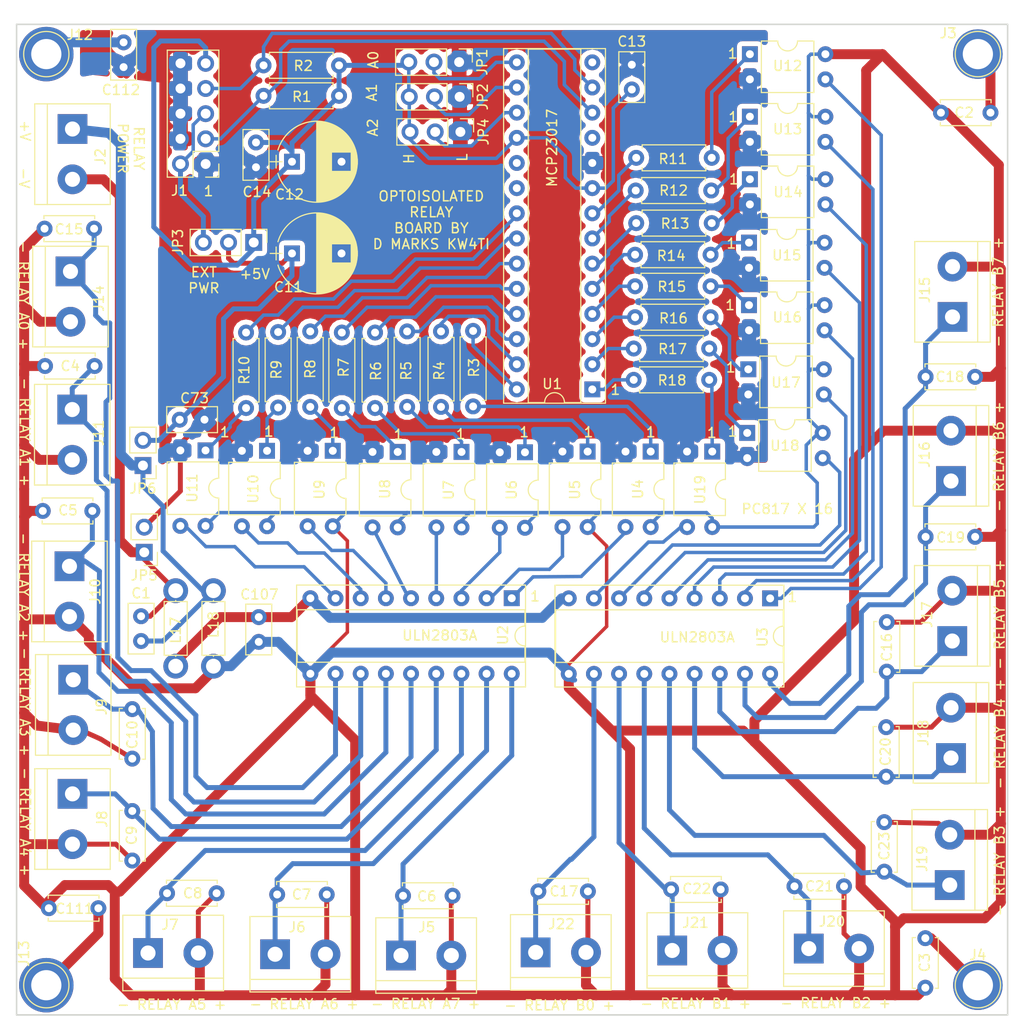
<source format=kicad_pcb>
(kicad_pcb (version 4) (host pcbnew 4.0.7)
  (layers (0 F.Cu signal) (31 B.Cu signal) (34 B.Paste user) (35 F.Paste user) (36 B.SilkS user) (37 F.SilkS user) (38 B.Mask user) (39 F.Mask user) (44 Edge.Cuts user))
  (net 0 "")
  (net 1 GND)
  (net 2 +5V)
  (net 3 "Net-(JP1-Pad2)")
  (net 4 "Net-(JP2-Pad2)")
  (net 5 "Net-(C1-Pad1)")
  (net 6 RLYPWR)
  (net 7 "Net-(JP4-Pad2)")
  (net 8 SCL)
  (net 9 SDA)
  (net 10 EXTPWR)
  (net 11 "Net-(C111-Pad2)")
  (net 12 "Net-(C112-Pad2)")
  (net 13 RLYGND)
  (net 14 "Net-(U2-Pad1)")
  (net 15 "Net-(U2-Pad2)")
  (net 16 "Net-(U2-Pad3)")
  (net 17 "Net-(U2-Pad4)")
  (net 18 "Net-(U2-Pad5)")
  (net 19 "Net-(U2-Pad6)")
  (net 20 "Net-(C1-Pad2)")
  (net 21 SELPWR)
  (net 22 "Net-(R3-Pad1)")
  (net 23 "Net-(R3-Pad2)")
  (net 24 "Net-(R4-Pad1)")
  (net 25 "Net-(R4-Pad2)")
  (net 26 "Net-(R5-Pad1)")
  (net 27 "Net-(R5-Pad2)")
  (net 28 "Net-(R6-Pad1)")
  (net 29 "Net-(R6-Pad2)")
  (net 30 "Net-(R7-Pad1)")
  (net 31 "Net-(R7-Pad2)")
  (net 32 "Net-(R8-Pad1)")
  (net 33 "Net-(R8-Pad2)")
  (net 34 "Net-(R9-Pad1)")
  (net 35 "Net-(R9-Pad2)")
  (net 36 "Net-(R10-Pad1)")
  (net 37 "Net-(R10-Pad2)")
  (net 38 "Net-(U10-Pad3)")
  (net 39 "Net-(U11-Pad3)")
  (net 40 "Net-(R11-Pad1)")
  (net 41 "Net-(R11-Pad2)")
  (net 42 "Net-(R12-Pad1)")
  (net 43 "Net-(R12-Pad2)")
  (net 44 "Net-(R13-Pad1)")
  (net 45 "Net-(R13-Pad2)")
  (net 46 "Net-(R14-Pad1)")
  (net 47 "Net-(R14-Pad2)")
  (net 48 "Net-(R15-Pad1)")
  (net 49 "Net-(R15-Pad2)")
  (net 50 "Net-(R16-Pad1)")
  (net 51 "Net-(R16-Pad2)")
  (net 52 "Net-(R17-Pad1)")
  (net 53 "Net-(R17-Pad2)")
  (net 54 "Net-(R18-Pad1)")
  (net 55 "Net-(R18-Pad2)")
  (net 56 "Net-(U12-Pad3)")
  (net 57 "Net-(U13-Pad3)")
  (net 58 "Net-(U14-Pad3)")
  (net 59 "Net-(U15-Pad3)")
  (net 60 "Net-(U16-Pad3)")
  (net 61 "Net-(U17-Pad3)")
  (net 62 "Net-(U18-Pad3)")
  (net 63 "Net-(U19-Pad3)")
  (net 64 "Net-(C2-Pad2)")
  (net 65 "Net-(C3-Pad2)")
  (net 66 "Net-(C4-Pad2)")
  (net 67 "Net-(C5-Pad2)")
  (net 68 "Net-(C6-Pad2)")
  (net 69 "Net-(C7-Pad2)")
  (net 70 "Net-(C8-Pad2)")
  (net 71 "Net-(C9-Pad2)")
  (net 72 "Net-(C10-Pad2)")
  (net 73 "Net-(C15-Pad2)")
  (net 74 "Net-(C16-Pad2)")
  (net 75 "Net-(C17-Pad2)")
  (net 76 "Net-(C18-Pad2)")
  (net 77 "Net-(C19-Pad2)")
  (net 78 "Net-(C20-Pad2)")
  (net 79 "Net-(C21-Pad2)")
  (net 80 "Net-(C22-Pad2)")
  (net 81 "Net-(C23-Pad2)")
  (module Connectors_Terminal_Blocks:TerminalBlock_bornier-2_P5.08mm (layer F.Cu) (at 56.3372 103.7082 270)
    (fp_text reference J10 (at 2.54 -2.6035 270) (layer F.SilkS))
    (fp_text value Conn_01x02)
    (pad 1 thru_hole rect (at 0 0 270) (size 3 3) (drill 1.52) (layers *.Cu *.Mask) (net 67 "Net-(C5-Pad2)"))
    (pad 2 thru_hole circle (at 5.08 0 270) (size 3 3) (drill 1.52) (layers *.Cu *.Mask) (net 6 RLYPWR))
  )
  (module Housings_DIP:DIP-4_W7.62mm (layer F.Cu) (at 124.9934 58.3184)
    (fp_text reference U13 (at 3.81 1.2573) (layer F.SilkS))
    (fp_text value PC817)
    (pad 1 thru_hole rect (at 0 0) (size 1.6 1.6) (drill 0.8) (layers *.Cu *.Mask) (net 42 "Net-(R12-Pad1)"))
    (pad 3 thru_hole oval (at 7.62 2.54) (size 1.6 1.6) (drill 0.8) (layers *.Cu *.Mask) (net 57 "Net-(U13-Pad3)"))
    (pad 2 thru_hole oval (at 0 2.54) (size 1.6 1.6) (drill 0.8) (layers *.Cu *.Mask) (net 1 GND))
    (pad 4 thru_hole oval (at 7.62 0) (size 1.6 1.6) (drill 0.8) (layers *.Cu *.Mask) (net 6 RLYPWR))
  )
  (module Pin_Headers:Pin_Header_Straight_1x03_Pitch2.54mm (layer F.Cu) (at 95.6564 52.8066 270)
    (fp_text reference JP1 (at 0 -2.33 270) (layer F.SilkS))
    (fp_text value Jumper_NC_Dual)
    (pad 1 thru_hole rect (at 0 0 270) (size 1.7 1.7) (drill 1) (layers *.Cu *.Mask) (net 1 GND))
    (pad 2 thru_hole oval (at 0 2.54 270) (size 1.7 1.7) (drill 1) (layers *.Cu *.Mask) (net 3 "Net-(JP1-Pad2)"))
    (pad 3 thru_hole oval (at 0 5.08 270) (size 1.7 1.7) (drill 1) (layers *.Cu *.Mask) (net 2 +5V))
  )
  (module Housings_DIP:DIP-18_W7.62mm_Socket (layer F.Cu) (at 127.0381 106.9467 270)
    (fp_text reference U3 (at 3.92176 0.77724 270) (layer F.SilkS))
    (fp_text value ULN2803A)
    (pad 1 thru_hole rect (at 0 0 270) (size 1.6 1.6) (drill 0.8) (layers *.Cu *.Mask) (net 56 "Net-(U12-Pad3)"))
    (pad 10 thru_hole oval (at 7.62 20.32 270) (size 1.6 1.6) (drill 0.8) (layers *.Cu *.Mask) (net 6 RLYPWR))
    (pad 2 thru_hole oval (at 0 2.54 270) (size 1.6 1.6) (drill 0.8) (layers *.Cu *.Mask) (net 57 "Net-(U13-Pad3)"))
    (pad 11 thru_hole oval (at 7.62 17.78 270) (size 1.6 1.6) (drill 0.8) (layers *.Cu *.Mask) (net 75 "Net-(C17-Pad2)"))
    (pad 3 thru_hole oval (at 0 5.08 270) (size 1.6 1.6) (drill 0.8) (layers *.Cu *.Mask) (net 58 "Net-(U14-Pad3)"))
    (pad 12 thru_hole oval (at 7.62 15.24 270) (size 1.6 1.6) (drill 0.8) (layers *.Cu *.Mask) (net 80 "Net-(C22-Pad2)"))
    (pad 4 thru_hole oval (at 0 7.62 270) (size 1.6 1.6) (drill 0.8) (layers *.Cu *.Mask) (net 59 "Net-(U15-Pad3)"))
    (pad 13 thru_hole oval (at 7.62 12.7 270) (size 1.6 1.6) (drill 0.8) (layers *.Cu *.Mask) (net 79 "Net-(C21-Pad2)"))
    (pad 5 thru_hole oval (at 0 10.16 270) (size 1.6 1.6) (drill 0.8) (layers *.Cu *.Mask) (net 60 "Net-(U16-Pad3)"))
    (pad 14 thru_hole oval (at 7.62 10.16 270) (size 1.6 1.6) (drill 0.8) (layers *.Cu *.Mask) (net 81 "Net-(C23-Pad2)"))
    (pad 6 thru_hole oval (at 0 12.7 270) (size 1.6 1.6) (drill 0.8) (layers *.Cu *.Mask) (net 61 "Net-(U17-Pad3)"))
    (pad 15 thru_hole oval (at 7.62 7.62 270) (size 1.6 1.6) (drill 0.8) (layers *.Cu *.Mask) (net 78 "Net-(C20-Pad2)"))
    (pad 7 thru_hole oval (at 0 15.24 270) (size 1.6 1.6) (drill 0.8) (layers *.Cu *.Mask) (net 62 "Net-(U18-Pad3)"))
    (pad 16 thru_hole oval (at 7.62 5.08 270) (size 1.6 1.6) (drill 0.8) (layers *.Cu *.Mask) (net 74 "Net-(C16-Pad2)"))
    (pad 8 thru_hole oval (at 0 17.78 270) (size 1.6 1.6) (drill 0.8) (layers *.Cu *.Mask) (net 63 "Net-(U19-Pad3)"))
    (pad 17 thru_hole oval (at 7.62 2.54 270) (size 1.6 1.6) (drill 0.8) (layers *.Cu *.Mask) (net 77 "Net-(C19-Pad2)"))
    (pad 9 thru_hole oval (at 0 20.32 270) (size 1.6 1.6) (drill 0.8) (layers *.Cu *.Mask) (net 13 RLYGND))
    (pad 18 thru_hole oval (at 7.62 0 270) (size 1.6 1.6) (drill 0.8) (layers *.Cu *.Mask) (net 76 "Net-(C18-Pad2)"))
  )
  (module Housings_DIP:DIP-18_W7.62mm_Socket (layer F.Cu) (at 100.965 106.934 270)
    (fp_text reference U2 (at 3.72364 0.889 270) (layer F.SilkS))
    (fp_text value ULN2803A)
    (pad 1 thru_hole rect (at 0 0 270) (size 1.6 1.6) (drill 0.8) (layers *.Cu *.Mask) (net 14 "Net-(U2-Pad1)"))
    (pad 10 thru_hole oval (at 7.62 20.32 270) (size 1.6 1.6) (drill 0.8) (layers *.Cu *.Mask) (net 6 RLYPWR))
    (pad 2 thru_hole oval (at 0 2.54 270) (size 1.6 1.6) (drill 0.8) (layers *.Cu *.Mask) (net 15 "Net-(U2-Pad2)"))
    (pad 11 thru_hole oval (at 7.62 17.78 270) (size 1.6 1.6) (drill 0.8) (layers *.Cu *.Mask) (net 73 "Net-(C15-Pad2)"))
    (pad 3 thru_hole oval (at 0 5.08 270) (size 1.6 1.6) (drill 0.8) (layers *.Cu *.Mask) (net 16 "Net-(U2-Pad3)"))
    (pad 12 thru_hole oval (at 7.62 15.24 270) (size 1.6 1.6) (drill 0.8) (layers *.Cu *.Mask) (net 66 "Net-(C4-Pad2)"))
    (pad 4 thru_hole oval (at 0 7.62 270) (size 1.6 1.6) (drill 0.8) (layers *.Cu *.Mask) (net 17 "Net-(U2-Pad4)"))
    (pad 13 thru_hole oval (at 7.62 12.7 270) (size 1.6 1.6) (drill 0.8) (layers *.Cu *.Mask) (net 67 "Net-(C5-Pad2)"))
    (pad 5 thru_hole oval (at 0 10.16 270) (size 1.6 1.6) (drill 0.8) (layers *.Cu *.Mask) (net 18 "Net-(U2-Pad5)"))
    (pad 14 thru_hole oval (at 7.62 10.16 270) (size 1.6 1.6) (drill 0.8) (layers *.Cu *.Mask) (net 72 "Net-(C10-Pad2)"))
    (pad 6 thru_hole oval (at 0 12.7 270) (size 1.6 1.6) (drill 0.8) (layers *.Cu *.Mask) (net 19 "Net-(U2-Pad6)"))
    (pad 15 thru_hole oval (at 7.62 7.62 270) (size 1.6 1.6) (drill 0.8) (layers *.Cu *.Mask) (net 71 "Net-(C9-Pad2)"))
    (pad 7 thru_hole oval (at 0 15.24 270) (size 1.6 1.6) (drill 0.8) (layers *.Cu *.Mask) (net 38 "Net-(U10-Pad3)"))
    (pad 16 thru_hole oval (at 7.62 5.08 270) (size 1.6 1.6) (drill 0.8) (layers *.Cu *.Mask) (net 70 "Net-(C8-Pad2)"))
    (pad 8 thru_hole oval (at 0 17.78 270) (size 1.6 1.6) (drill 0.8) (layers *.Cu *.Mask) (net 39 "Net-(U11-Pad3)"))
    (pad 17 thru_hole oval (at 7.62 2.54 270) (size 1.6 1.6) (drill 0.8) (layers *.Cu *.Mask) (net 69 "Net-(C7-Pad2)"))
    (pad 9 thru_hole oval (at 0 20.32 270) (size 1.6 1.6) (drill 0.8) (layers *.Cu *.Mask) (net 13 RLYGND))
    (pad 18 thru_hole oval (at 7.62 0 270) (size 1.6 1.6) (drill 0.8) (layers *.Cu *.Mask) (net 68 "Net-(C6-Pad2)"))
  )
  (module Capacitors_THT:C_Disc_D5.0mm_W2.5mm_P2.50mm (layer F.Cu) (at 63.5635 111.252 90)
    (fp_text reference C1 (at 4.826 0 180) (layer F.SilkS))
    (fp_text value "10 nF")
    (pad 1 thru_hole circle (at 0 0 90) (size 1.6 1.6) (drill 0.8) (layers *.Cu *.Mask) (net 5 "Net-(C1-Pad1)"))
    (pad 2 thru_hole circle (at 2.5 0 90) (size 1.6 1.6) (drill 0.8) (layers *.Cu *.Mask) (net 20 "Net-(C1-Pad2)"))
  )
  (module Capacitors_THT:CP_Radial_D8.0mm_P5.00mm (layer F.Cu) (at 78.7908 72.1233)
    (fp_text reference C11 (at -0.3556 3.4036 180) (layer F.SilkS))
    (fp_text value "100 uF")
    (pad 1 thru_hole rect (at 0 0) (size 1.6 1.6) (drill 0.8) (layers *.Cu *.Mask) (net 21 SELPWR))
    (pad 2 thru_hole circle (at 5 0) (size 1.6 1.6) (drill 0.8) (layers *.Cu *.Mask) (net 1 GND))
  )
  (module Pin_Headers:Pin_Header_Straight_1x03_Pitch2.54mm (layer F.Cu) (at 95.7072 56.3118 270)
    (fp_text reference JP2 (at 0 -2.33 270) (layer F.SilkS))
    (fp_text value Jumper_NC_Dual)
    (pad 1 thru_hole rect (at 0 0 270) (size 1.7 1.7) (drill 1) (layers *.Cu *.Mask) (net 1 GND))
    (pad 2 thru_hole oval (at 0 2.54 270) (size 1.7 1.7) (drill 1) (layers *.Cu *.Mask) (net 4 "Net-(JP2-Pad2)"))
    (pad 3 thru_hole oval (at 0 5.08 270) (size 1.7 1.7) (drill 1) (layers *.Cu *.Mask) (net 2 +5V))
  )
  (module Pin_Headers:Pin_Header_Straight_1x03_Pitch2.54mm (layer F.Cu) (at 74.93 71.0184 270)
    (fp_text reference JP3 (at -0.0254 7.6454 450) (layer F.SilkS))
    (fp_text value Jumper_NC_Dual)
    (pad 1 thru_hole rect (at 0 0 270) (size 1.7 1.7) (drill 1) (layers *.Cu *.Mask) (net 2 +5V))
    (pad 2 thru_hole oval (at 0 2.54 270) (size 1.7 1.7) (drill 1) (layers *.Cu *.Mask) (net 21 SELPWR))
    (pad 3 thru_hole oval (at 0 5.08 270) (size 1.7 1.7) (drill 1) (layers *.Cu *.Mask) (net 10 EXTPWR))
  )
  (module Resistors_THT:R_Axial_DIN0207_L6.3mm_D2.5mm_P7.62mm_Horizontal (layer F.Cu) (at 83.5406 56.2102 180)
    (fp_text reference R1 (at 3.7592 -0.1016 180) (layer F.SilkS))
    (fp_text value 10k)
    (pad 1 thru_hole circle (at 0 0 180) (size 1.6 1.6) (drill 0.8) (layers *.Cu *.Mask) (net 2 +5V))
    (pad 2 thru_hole oval (at 7.62 0 180) (size 1.6 1.6) (drill 0.8) (layers *.Cu *.Mask) (net 8 SCL))
  )
  (module Connectors:1pin (layer F.Cu) (at 54 52)
    (fp_text reference J12 (at 3.388 -1.946) (layer F.SilkS))
    (fp_text value Conn_01x01)
    (pad 1 thru_hole circle (at 0 0) (size 5.5 5.5) (drill 3.048) (layers *.Cu *.Mask) (net 12 "Net-(C112-Pad2)"))
  )
  (module Connectors:1pin (layer F.Cu) (at 54 146)
    (fp_text reference J13 (at -2.2508 -3.1852 90) (layer F.SilkS))
    (fp_text value Conn_01x01)
    (pad 1 thru_hole circle (at 0 0) (size 5.5 5.5) (drill 3.048) (layers *.Cu *.Mask) (net 11 "Net-(C111-Pad2)"))
  )
  (module Resistors_THT:R_Axial_DIN0207_L6.3mm_D2.5mm_P7.62mm_Horizontal (layer F.Cu) (at 83.5406 53.1368 180)
    (fp_text reference R2 (at 3.6068 -0.0508 180) (layer F.SilkS))
    (fp_text value 10k)
    (pad 1 thru_hole circle (at 0 0 180) (size 1.6 1.6) (drill 0.8) (layers *.Cu *.Mask) (net 2 +5V))
    (pad 2 thru_hole oval (at 7.62 0 180) (size 1.6 1.6) (drill 0.8) (layers *.Cu *.Mask) (net 9 SDA))
  )
  (module Capacitors_THT:C_Disc_D5.0mm_W2.5mm_P2.50mm (layer F.Cu) (at 113.0808 53.0733 270)
    (fp_text reference C13 (at -2.34696 0 360) (layer F.SilkS))
    (fp_text value "100 nF")
    (pad 1 thru_hole circle (at 0 0 270) (size 1.6 1.6) (drill 0.8) (layers *.Cu *.Mask) (net 1 GND))
    (pad 2 thru_hole circle (at 2.5 0 270) (size 1.6 1.6) (drill 0.8) (layers *.Cu *.Mask) (net 2 +5V))
  )
  (module Capacitors_THT:C_Disc_D5.0mm_W2.5mm_P2.50mm (layer F.Cu) (at 75.1586 63.4238 90)
    (fp_text reference C14 (at -2.4892 0.1016 180) (layer F.SilkS))
    (fp_text value "100 nF")
    (pad 1 thru_hole circle (at 0 0 90) (size 1.6 1.6) (drill 0.8) (layers *.Cu *.Mask) (net 1 GND))
    (pad 2 thru_hole circle (at 2.5 0 90) (size 1.6 1.6) (drill 0.8) (layers *.Cu *.Mask) (net 2 +5V))
  )
  (module Pin_Headers:Pin_Header_Straight_1x03_Pitch2.54mm (layer F.Cu) (at 95.7834 59.8551 270)
    (fp_text reference JP4 (at 0 -2.33 270) (layer F.SilkS))
    (fp_text value Jumper_NC_Dual)
    (pad 1 thru_hole rect (at 0 0 270) (size 1.7 1.7) (drill 1) (layers *.Cu *.Mask) (net 1 GND))
    (pad 2 thru_hole oval (at 0 2.54 270) (size 1.7 1.7) (drill 1) (layers *.Cu *.Mask) (net 7 "Net-(JP4-Pad2)"))
    (pad 3 thru_hole oval (at 0 5.08 270) (size 1.7 1.7) (drill 1) (layers *.Cu *.Mask) (net 2 +5V))
  )
  (module Housings_DIP:DIP-28_W7.62mm_Socket (layer F.Cu) (at 109.093 85.852 180)
    (fp_text reference U1 (at 4.04876 0.55372 180) (layer F.SilkS))
    (fp_text value MCP23017)
    (pad 1 thru_hole rect (at 0 0 180) (size 1.6 1.6) (drill 0.8) (layers *.Cu *.Mask) (net 55 "Net-(R18-Pad2)"))
    (pad 15 thru_hole oval (at 7.62 33.02 180) (size 1.6 1.6) (drill 0.8) (layers *.Cu *.Mask) (net 3 "Net-(JP1-Pad2)"))
    (pad 2 thru_hole oval (at 0 2.54 180) (size 1.6 1.6) (drill 0.8) (layers *.Cu *.Mask) (net 53 "Net-(R17-Pad2)"))
    (pad 16 thru_hole oval (at 7.62 30.48 180) (size 1.6 1.6) (drill 0.8) (layers *.Cu *.Mask) (net 4 "Net-(JP2-Pad2)"))
    (pad 3 thru_hole oval (at 0 5.08 180) (size 1.6 1.6) (drill 0.8) (layers *.Cu *.Mask) (net 51 "Net-(R16-Pad2)"))
    (pad 17 thru_hole oval (at 7.62 27.94 180) (size 1.6 1.6) (drill 0.8) (layers *.Cu *.Mask) (net 7 "Net-(JP4-Pad2)"))
    (pad 4 thru_hole oval (at 0 7.62 180) (size 1.6 1.6) (drill 0.8) (layers *.Cu *.Mask) (net 49 "Net-(R15-Pad2)"))
    (pad 18 thru_hole oval (at 7.62 25.4 180) (size 1.6 1.6) (drill 0.8) (layers *.Cu *.Mask) (net 2 +5V))
    (pad 5 thru_hole oval (at 0 10.16 180) (size 1.6 1.6) (drill 0.8) (layers *.Cu *.Mask) (net 47 "Net-(R14-Pad2)"))
    (pad 19 thru_hole oval (at 7.62 22.86 180) (size 1.6 1.6) (drill 0.8) (layers *.Cu *.Mask))
    (pad 6 thru_hole oval (at 0 12.7 180) (size 1.6 1.6) (drill 0.8) (layers *.Cu *.Mask) (net 45 "Net-(R13-Pad2)"))
    (pad 20 thru_hole oval (at 7.62 20.32 180) (size 1.6 1.6) (drill 0.8) (layers *.Cu *.Mask))
    (pad 7 thru_hole oval (at 0 15.24 180) (size 1.6 1.6) (drill 0.8) (layers *.Cu *.Mask) (net 43 "Net-(R12-Pad2)"))
    (pad 21 thru_hole oval (at 7.62 17.78 180) (size 1.6 1.6) (drill 0.8) (layers *.Cu *.Mask) (net 37 "Net-(R10-Pad2)"))
    (pad 8 thru_hole oval (at 0 17.78 180) (size 1.6 1.6) (drill 0.8) (layers *.Cu *.Mask) (net 41 "Net-(R11-Pad2)"))
    (pad 22 thru_hole oval (at 7.62 15.24 180) (size 1.6 1.6) (drill 0.8) (layers *.Cu *.Mask) (net 35 "Net-(R9-Pad2)"))
    (pad 9 thru_hole oval (at 0 20.32 180) (size 1.6 1.6) (drill 0.8) (layers *.Cu *.Mask) (net 2 +5V))
    (pad 23 thru_hole oval (at 7.62 12.7 180) (size 1.6 1.6) (drill 0.8) (layers *.Cu *.Mask) (net 33 "Net-(R8-Pad2)"))
    (pad 10 thru_hole oval (at 0 22.86 180) (size 1.6 1.6) (drill 0.8) (layers *.Cu *.Mask) (net 1 GND))
    (pad 24 thru_hole oval (at 7.62 10.16 180) (size 1.6 1.6) (drill 0.8) (layers *.Cu *.Mask) (net 31 "Net-(R7-Pad2)"))
    (pad 11 thru_hole oval (at 0 25.4 180) (size 1.6 1.6) (drill 0.8) (layers *.Cu *.Mask))
    (pad 25 thru_hole oval (at 7.62 7.62 180) (size 1.6 1.6) (drill 0.8) (layers *.Cu *.Mask) (net 29 "Net-(R6-Pad2)"))
    (pad 12 thru_hole oval (at 0 27.94 180) (size 1.6 1.6) (drill 0.8) (layers *.Cu *.Mask) (net 8 SCL))
    (pad 26 thru_hole oval (at 7.62 5.08 180) (size 1.6 1.6) (drill 0.8) (layers *.Cu *.Mask) (net 27 "Net-(R5-Pad2)"))
    (pad 13 thru_hole oval (at 0 30.48 180) (size 1.6 1.6) (drill 0.8) (layers *.Cu *.Mask) (net 9 SDA))
    (pad 27 thru_hole oval (at 7.62 2.54 180) (size 1.6 1.6) (drill 0.8) (layers *.Cu *.Mask) (net 25 "Net-(R4-Pad2)"))
    (pad 14 thru_hole oval (at 0 33.02 180) (size 1.6 1.6) (drill 0.8) (layers *.Cu *.Mask))
    (pad 28 thru_hole oval (at 7.62 0 180) (size 1.6 1.6) (drill 0.8) (layers *.Cu *.Mask) (net 23 "Net-(R3-Pad2)"))
  )
  (module Inductors_THT:L_Axial_L5.3mm_D2.2mm_P7.62mm_Horizontal_Vishay_IM-1 (layer F.Cu) (at 67.056 106.172 270)
    (fp_text reference L17 (at 3.9878 0 270) (layer F.SilkS))
    (fp_text value "100 uH")
    (pad 1 thru_hole circle (at 0 0 270) (size 2.5 2.5) (drill 1.5) (layers *.Cu *.Mask) (net 20 "Net-(C1-Pad2)"))
    (pad 2 thru_hole oval (at 7.62 0 270) (size 2.5 2.5) (drill 1.5) (layers *.Cu *.Mask) (net 13 RLYGND))
  )
  (module Capacitors_THT:CP_Radial_D8.0mm_P5.00mm (layer F.Cu) (at 78.7908 62.865)
    (fp_text reference C12 (at -0.254 3.302) (layer F.SilkS))
    (fp_text value "100 uF")
    (pad 1 thru_hole rect (at 0 0) (size 1.6 1.6) (drill 0.8) (layers *.Cu *.Mask) (net 2 +5V))
    (pad 2 thru_hole circle (at 5 0) (size 1.6 1.6) (drill 0.8) (layers *.Cu *.Mask) (net 1 GND))
  )
  (module Inductors_THT:L_Axial_L5.3mm_D2.2mm_P7.62mm_Horizontal_Vishay_IM-1 (layer F.Cu) (at 70.866 113.792 90)
    (fp_text reference L18 (at 4.191 0 90) (layer F.SilkS))
    (fp_text value "100 uH")
    (pad 1 thru_hole circle (at 0 0 90) (size 2.5 2.5) (drill 1.5) (layers *.Cu *.Mask) (net 6 RLYPWR))
    (pad 2 thru_hole oval (at 7.62 0 90) (size 2.5 2.5) (drill 1.5) (layers *.Cu *.Mask) (net 5 "Net-(C1-Pad1)"))
  )
  (module Capacitors_THT:C_Disc_D5.0mm_W2.5mm_P2.50mm (layer F.Cu) (at 69.96176 88.90508 180)
    (fp_text reference C73 (at 1.00076 2.16408 360) (layer F.SilkS))
    (fp_text value "100 nF")
    (pad 1 thru_hole circle (at 0 0 180) (size 1.6 1.6) (drill 0.8) (layers *.Cu *.Mask) (net 1 GND))
    (pad 2 thru_hole circle (at 2.5 0 180) (size 1.6 1.6) (drill 0.8) (layers *.Cu *.Mask) (net 21 SELPWR))
  )
  (module Capacitors_THT:C_Disc_D5.0mm_W2.5mm_P2.50mm (layer F.Cu) (at 75.438 108.839 270)
    (fp_text reference C107 (at -2.286 -0.0635 540) (layer F.SilkS))
    (fp_text value "10 nF")
    (pad 1 thru_hole circle (at 0 0 270) (size 1.6 1.6) (drill 0.8) (layers *.Cu *.Mask) (net 13 RLYGND))
    (pad 2 thru_hole circle (at 2.5 0 270) (size 1.6 1.6) (drill 0.8) (layers *.Cu *.Mask) (net 6 RLYPWR))
  )
  (module Capacitors_THT:C_Disc_D5.0mm_W2.5mm_P2.50mm (layer F.Cu) (at 61.7982 53.3146 90)
    (fp_text reference C112 (at -2.30124 -0.2667 180) (layer F.SilkS))
    (fp_text value "10 nF")
    (pad 1 thru_hole circle (at 0 0 90) (size 1.6 1.6) (drill 0.8) (layers *.Cu *.Mask) (net 1 GND))
    (pad 2 thru_hole circle (at 2.5 0 90) (size 1.6 1.6) (drill 0.8) (layers *.Cu *.Mask) (net 12 "Net-(C112-Pad2)"))
  )
  (module Pin_Headers:Pin_Header_Straight_2x05_Pitch2.54mm (layer F.Cu) (at 70.0786 63.0936 180)
    (fp_text reference J1 (at 2.6416 -2.6924 180) (layer F.SilkS))
    (fp_text value Conn_02x05_Odd_Even)
    (pad 1 thru_hole rect (at 0 0 180) (size 1.7 1.7) (drill 1) (layers *.Cu *.Mask) (net 1 GND))
    (pad 2 thru_hole oval (at 2.54 0 180) (size 1.7 1.7) (drill 1) (layers *.Cu *.Mask) (net 10 EXTPWR))
    (pad 3 thru_hole oval (at 0 2.54 180) (size 1.7 1.7) (drill 1) (layers *.Cu *.Mask) (net 8 SCL))
    (pad 4 thru_hole oval (at 2.54 2.54 180) (size 1.7 1.7) (drill 1) (layers *.Cu *.Mask) (net 1 GND))
    (pad 5 thru_hole oval (at 0 5.08 180) (size 1.7 1.7) (drill 1) (layers *.Cu *.Mask) (net 10 EXTPWR))
    (pad 6 thru_hole oval (at 2.54 5.08 180) (size 1.7 1.7) (drill 1) (layers *.Cu *.Mask) (net 1 GND))
    (pad 7 thru_hole oval (at 0 7.62 180) (size 1.7 1.7) (drill 1) (layers *.Cu *.Mask) (net 9 SDA))
    (pad 8 thru_hole oval (at 2.54 7.62 180) (size 1.7 1.7) (drill 1) (layers *.Cu *.Mask) (net 1 GND))
    (pad 9 thru_hole oval (at 0 10.16 180) (size 1.7 1.7) (drill 1) (layers *.Cu *.Mask) (net 2 +5V))
    (pad 10 thru_hole oval (at 2.54 10.16 180) (size 1.7 1.7) (drill 1) (layers *.Cu *.Mask) (net 1 GND))
  )
  (module Connectors_Terminal_Blocks:TerminalBlock_bornier-2_P5.08mm (layer F.Cu) (at 56.642 59.563 270)
    (fp_text reference J2 (at 2.794 -2.8194 270) (layer F.SilkS))
    (fp_text value Conn_01x02)
    (pad 1 thru_hole rect (at 0 0 270) (size 3 3) (drill 1.52) (layers *.Cu *.Mask) (net 5 "Net-(C1-Pad1)"))
    (pad 2 thru_hole circle (at 5.08 0 270) (size 3 3) (drill 1.52) (layers *.Cu *.Mask) (net 20 "Net-(C1-Pad2)"))
  )
  (module Pin_Headers:Pin_Header_Straight_1x02_Pitch2.54mm (layer F.Cu) (at 63.881 102.2985 180)
    (fp_text reference JP5 (at 0 -2.33 180) (layer F.SilkS))
    (fp_text value Jumper_NC_Small)
    (pad 1 thru_hole rect (at 0 0 180) (size 1.7 1.7) (drill 1) (layers *.Cu *.Mask) (net 20 "Net-(C1-Pad2)"))
    (pad 2 thru_hole oval (at 0 2.54 180) (size 1.7 1.7) (drill 1) (layers *.Cu *.Mask) (net 1 GND))
  )
  (module Pin_Headers:Pin_Header_Straight_1x02_Pitch2.54mm (layer F.Cu) (at 63.754 93.5355 180)
    (fp_text reference JP6 (at 0 -2.33 180) (layer F.SilkS))
    (fp_text value Jumper_NC_Small)
    (pad 1 thru_hole rect (at 0 0 180) (size 1.7 1.7) (drill 1) (layers *.Cu *.Mask) (net 5 "Net-(C1-Pad1)"))
    (pad 2 thru_hole oval (at 0 2.54 180) (size 1.7 1.7) (drill 1) (layers *.Cu *.Mask) (net 21 SELPWR))
  )
  (module Resistors_THT:R_Axial_DIN0207_L6.3mm_D2.5mm_P7.62mm_Horizontal (layer F.Cu) (at 97.0661 87.5665 90)
    (fp_text reference R3 (at 3.9116 0.0889 90) (layer F.SilkS))
    (fp_text value 1k)
    (pad 1 thru_hole circle (at 0 0 90) (size 1.6 1.6) (drill 0.8) (layers *.Cu *.Mask) (net 22 "Net-(R3-Pad1)"))
    (pad 2 thru_hole oval (at 7.62 0 90) (size 1.6 1.6) (drill 0.8) (layers *.Cu *.Mask) (net 23 "Net-(R3-Pad2)"))
  )
  (module Resistors_THT:R_Axial_DIN0207_L6.3mm_D2.5mm_P7.62mm_Horizontal (layer F.Cu) (at 93.8276 87.6173 90)
    (fp_text reference R4 (at 3.6449 -0.1778 90) (layer F.SilkS))
    (fp_text value 1k)
    (pad 1 thru_hole circle (at 0 0 90) (size 1.6 1.6) (drill 0.8) (layers *.Cu *.Mask) (net 24 "Net-(R4-Pad1)"))
    (pad 2 thru_hole oval (at 7.62 0 90) (size 1.6 1.6) (drill 0.8) (layers *.Cu *.Mask) (net 25 "Net-(R4-Pad2)"))
  )
  (module Resistors_THT:R_Axial_DIN0207_L6.3mm_D2.5mm_P7.62mm_Horizontal (layer F.Cu) (at 90.4113 87.6173 90)
    (fp_text reference R5 (at 3.6449 -0.0889 90) (layer F.SilkS))
    (fp_text value 1k)
    (pad 1 thru_hole circle (at 0 0 90) (size 1.6 1.6) (drill 0.8) (layers *.Cu *.Mask) (net 26 "Net-(R5-Pad1)"))
    (pad 2 thru_hole oval (at 7.62 0 90) (size 1.6 1.6) (drill 0.8) (layers *.Cu *.Mask) (net 27 "Net-(R5-Pad2)"))
  )
  (module Resistors_THT:R_Axial_DIN0207_L6.3mm_D2.5mm_P7.62mm_Horizontal (layer F.Cu) (at 87.1728 87.7316 90)
    (fp_text reference R6 (at 3.7338 0.0889 90) (layer F.SilkS))
    (fp_text value 1k)
    (pad 1 thru_hole circle (at 0 0 90) (size 1.6 1.6) (drill 0.8) (layers *.Cu *.Mask) (net 28 "Net-(R6-Pad1)"))
    (pad 2 thru_hole oval (at 7.62 0 90) (size 1.6 1.6) (drill 0.8) (layers *.Cu *.Mask) (net 29 "Net-(R6-Pad2)"))
  )
  (module Resistors_THT:R_Axial_DIN0207_L6.3mm_D2.5mm_P7.62mm_Horizontal (layer F.Cu) (at 83.82 87.7316 90)
    (fp_text reference R7 (at 4.0894 0.1778 90) (layer F.SilkS))
    (fp_text value 1k)
    (pad 1 thru_hole circle (at 0 0 90) (size 1.6 1.6) (drill 0.8) (layers *.Cu *.Mask) (net 30 "Net-(R7-Pad1)"))
    (pad 2 thru_hole oval (at 7.62 0 90) (size 1.6 1.6) (drill 0.8) (layers *.Cu *.Mask) (net 31 "Net-(R7-Pad2)"))
  )
  (module Resistors_THT:R_Axial_DIN0207_L6.3mm_D2.5mm_P7.62mm_Horizontal (layer F.Cu) (at 80.6323 87.6173 90)
    (fp_text reference R8 (at 3.8227 0 90) (layer F.SilkS))
    (fp_text value 1k)
    (pad 1 thru_hole circle (at 0 0 90) (size 1.6 1.6) (drill 0.8) (layers *.Cu *.Mask) (net 32 "Net-(R8-Pad1)"))
    (pad 2 thru_hole oval (at 7.62 0 90) (size 1.6 1.6) (drill 0.8) (layers *.Cu *.Mask) (net 33 "Net-(R8-Pad2)"))
  )
  (module Resistors_THT:R_Axial_DIN0207_L6.3mm_D2.5mm_P7.62mm_Horizontal (layer F.Cu) (at 77.3938 87.6808 90)
    (fp_text reference R9 (at 3.8227 -0.1778 90) (layer F.SilkS))
    (fp_text value 1k)
    (pad 1 thru_hole circle (at 0 0 90) (size 1.6 1.6) (drill 0.8) (layers *.Cu *.Mask) (net 34 "Net-(R9-Pad1)"))
    (pad 2 thru_hole oval (at 7.62 0 90) (size 1.6 1.6) (drill 0.8) (layers *.Cu *.Mask) (net 35 "Net-(R9-Pad2)"))
  )
  (module Resistors_THT:R_Axial_DIN0207_L6.3mm_D2.5mm_P7.62mm_Horizontal (layer F.Cu) (at 74.1553 87.7316 90)
    (fp_text reference R10 (at 3.8227 -0.1778 90) (layer F.SilkS))
    (fp_text value 1k)
    (pad 1 thru_hole circle (at 0 0 90) (size 1.6 1.6) (drill 0.8) (layers *.Cu *.Mask) (net 36 "Net-(R10-Pad1)"))
    (pad 2 thru_hole oval (at 7.62 0 90) (size 1.6 1.6) (drill 0.8) (layers *.Cu *.Mask) (net 37 "Net-(R10-Pad2)"))
  )
  (module Housings_DIP:DIP-4_W7.62mm (layer F.Cu) (at 114.9858 92.1258 270)
    (fp_text reference U4 (at 3.7973 1.2827 270) (layer F.SilkS))
    (fp_text value PC817)
    (pad 1 thru_hole rect (at 0 0 270) (size 1.6 1.6) (drill 0.8) (layers *.Cu *.Mask) (net 22 "Net-(R3-Pad1)"))
    (pad 3 thru_hole oval (at 7.62 2.54 270) (size 1.6 1.6) (drill 0.8) (layers *.Cu *.Mask) (net 14 "Net-(U2-Pad1)"))
    (pad 2 thru_hole oval (at 0 2.54 270) (size 1.6 1.6) (drill 0.8) (layers *.Cu *.Mask) (net 1 GND))
    (pad 4 thru_hole oval (at 7.62 0 270) (size 1.6 1.6) (drill 0.8) (layers *.Cu *.Mask) (net 6 RLYPWR))
  )
  (module Housings_DIP:DIP-4_W7.62mm (layer F.Cu) (at 108.6231 92.1258 270)
    (fp_text reference U5 (at 3.8608 1.2827 270) (layer F.SilkS))
    (fp_text value PC817)
    (pad 1 thru_hole rect (at 0 0 270) (size 1.6 1.6) (drill 0.8) (layers *.Cu *.Mask) (net 24 "Net-(R4-Pad1)"))
    (pad 3 thru_hole oval (at 7.62 2.54 270) (size 1.6 1.6) (drill 0.8) (layers *.Cu *.Mask) (net 15 "Net-(U2-Pad2)"))
    (pad 2 thru_hole oval (at 0 2.54 270) (size 1.6 1.6) (drill 0.8) (layers *.Cu *.Mask) (net 1 GND))
    (pad 4 thru_hole oval (at 7.62 0 270) (size 1.6 1.6) (drill 0.8) (layers *.Cu *.Mask) (net 6 RLYPWR))
  )
  (module Housings_DIP:DIP-4_W7.62mm (layer F.Cu) (at 102.2985 92.202 270)
    (fp_text reference U6 (at 3.7973 1.3462 270) (layer F.SilkS))
    (fp_text value PC817)
    (pad 1 thru_hole rect (at 0 0 270) (size 1.6 1.6) (drill 0.8) (layers *.Cu *.Mask) (net 26 "Net-(R5-Pad1)"))
    (pad 3 thru_hole oval (at 7.62 2.54 270) (size 1.6 1.6) (drill 0.8) (layers *.Cu *.Mask) (net 16 "Net-(U2-Pad3)"))
    (pad 2 thru_hole oval (at 0 2.54 270) (size 1.6 1.6) (drill 0.8) (layers *.Cu *.Mask) (net 1 GND))
    (pad 4 thru_hole oval (at 7.62 0 270) (size 1.6 1.6) (drill 0.8) (layers *.Cu *.Mask) (net 6 RLYPWR))
  )
  (module Housings_DIP:DIP-4_W7.62mm (layer F.Cu) (at 95.8977 92.1639 270)
    (fp_text reference U7 (at 3.8481 1.2954 270) (layer F.SilkS))
    (fp_text value PC817)
    (pad 1 thru_hole rect (at 0 0 270) (size 1.6 1.6) (drill 0.8) (layers *.Cu *.Mask) (net 28 "Net-(R6-Pad1)"))
    (pad 3 thru_hole oval (at 7.62 2.54 270) (size 1.6 1.6) (drill 0.8) (layers *.Cu *.Mask) (net 17 "Net-(U2-Pad4)"))
    (pad 2 thru_hole oval (at 0 2.54 270) (size 1.6 1.6) (drill 0.8) (layers *.Cu *.Mask) (net 1 GND))
    (pad 4 thru_hole oval (at 7.62 0 270) (size 1.6 1.6) (drill 0.8) (layers *.Cu *.Mask) (net 6 RLYPWR))
  )
  (module Housings_DIP:DIP-4_W7.62mm (layer F.Cu) (at 89.4588 92.1639 270)
    (fp_text reference U8 (at 3.7465 1.2827 270) (layer F.SilkS))
    (fp_text value PC817)
    (pad 1 thru_hole rect (at 0 0 270) (size 1.6 1.6) (drill 0.8) (layers *.Cu *.Mask) (net 30 "Net-(R7-Pad1)"))
    (pad 3 thru_hole oval (at 7.62 2.54 270) (size 1.6 1.6) (drill 0.8) (layers *.Cu *.Mask) (net 18 "Net-(U2-Pad5)"))
    (pad 2 thru_hole oval (at 0 2.54 270) (size 1.6 1.6) (drill 0.8) (layers *.Cu *.Mask) (net 1 GND))
    (pad 4 thru_hole oval (at 7.62 0 270) (size 1.6 1.6) (drill 0.8) (layers *.Cu *.Mask) (net 6 RLYPWR))
  )
  (module Housings_DIP:DIP-4_W7.62mm (layer F.Cu) (at 82.9056 92.0496 270)
    (fp_text reference U9 (at 3.9116 1.3462 270) (layer F.SilkS))
    (fp_text value PC817)
    (pad 1 thru_hole rect (at 0 0 270) (size 1.6 1.6) (drill 0.8) (layers *.Cu *.Mask) (net 32 "Net-(R8-Pad1)"))
    (pad 3 thru_hole oval (at 7.62 2.54 270) (size 1.6 1.6) (drill 0.8) (layers *.Cu *.Mask) (net 19 "Net-(U2-Pad6)"))
    (pad 2 thru_hole oval (at 0 2.54 270) (size 1.6 1.6) (drill 0.8) (layers *.Cu *.Mask) (net 1 GND))
    (pad 4 thru_hole oval (at 7.62 0 270) (size 1.6 1.6) (drill 0.8) (layers *.Cu *.Mask) (net 6 RLYPWR))
  )
  (module Housings_DIP:DIP-4_W7.62mm (layer F.Cu) (at 76.2762 92.0496 270)
    (fp_text reference U10 (at 3.8481 1.397 270) (layer F.SilkS))
    (fp_text value PC817)
    (pad 1 thru_hole rect (at 0 0 270) (size 1.6 1.6) (drill 0.8) (layers *.Cu *.Mask) (net 34 "Net-(R9-Pad1)"))
    (pad 3 thru_hole oval (at 7.62 2.54 270) (size 1.6 1.6) (drill 0.8) (layers *.Cu *.Mask) (net 38 "Net-(U10-Pad3)"))
    (pad 2 thru_hole oval (at 0 2.54 270) (size 1.6 1.6) (drill 0.8) (layers *.Cu *.Mask) (net 1 GND))
    (pad 4 thru_hole oval (at 7.62 0 270) (size 1.6 1.6) (drill 0.8) (layers *.Cu *.Mask) (net 6 RLYPWR))
  )
  (module Housings_DIP:DIP-4_W7.62mm (layer F.Cu) (at 70.0659 92.0115 270)
    (fp_text reference U11 (at 3.7973 1.3335 270) (layer F.SilkS))
    (fp_text value PC817)
    (pad 1 thru_hole rect (at 0 0 270) (size 1.6 1.6) (drill 0.8) (layers *.Cu *.Mask) (net 36 "Net-(R10-Pad1)"))
    (pad 3 thru_hole oval (at 7.62 2.54 270) (size 1.6 1.6) (drill 0.8) (layers *.Cu *.Mask) (net 39 "Net-(U11-Pad3)"))
    (pad 2 thru_hole oval (at 0 2.54 270) (size 1.6 1.6) (drill 0.8) (layers *.Cu *.Mask) (net 1 GND))
    (pad 4 thru_hole oval (at 7.62 0 270) (size 1.6 1.6) (drill 0.8) (layers *.Cu *.Mask) (net 6 RLYPWR))
  )
  (module Connectors:1pin (layer F.Cu) (at 148 52)
    (fp_text reference J3 (at -2.9914 -2.1017) (layer F.SilkS))
    (fp_text value Conn_01x01)
    (pad 1 thru_hole circle (at 0 0) (size 5 5) (drill 3.048) (layers *.Cu *.Mask) (net 64 "Net-(C2-Pad2)"))
  )
  (module Connectors:1pin (layer F.Cu) (at 148 146)
    (fp_text reference J4 (at 0 -3.048) (layer F.SilkS))
    (fp_text value Conn_01x01)
    (pad 1 thru_hole circle (at 0 0) (size 5 5) (drill 3.048) (layers *.Cu *.Mask) (net 65 "Net-(C3-Pad2)"))
  )
  (module Resistors_THT:R_Axial_DIN0207_L6.3mm_D2.5mm_P7.62mm_Horizontal (layer F.Cu) (at 121.1453 62.4713 180)
    (fp_text reference R11 (at 3.9116 -0.1143 180) (layer F.SilkS))
    (fp_text value 1k)
    (pad 1 thru_hole circle (at 0 0 180) (size 1.6 1.6) (drill 0.8) (layers *.Cu *.Mask) (net 40 "Net-(R11-Pad1)"))
    (pad 2 thru_hole oval (at 7.62 0 180) (size 1.6 1.6) (drill 0.8) (layers *.Cu *.Mask) (net 41 "Net-(R11-Pad2)"))
  )
  (module Resistors_THT:R_Axial_DIN0207_L6.3mm_D2.5mm_P7.62mm_Horizontal (layer F.Cu) (at 121.0945 65.7733 180)
    (fp_text reference R12 (at 3.7973 0 180) (layer F.SilkS))
    (fp_text value 1k)
    (pad 1 thru_hole circle (at 0 0 180) (size 1.6 1.6) (drill 0.8) (layers *.Cu *.Mask) (net 42 "Net-(R12-Pad1)"))
    (pad 2 thru_hole oval (at 7.62 0 180) (size 1.6 1.6) (drill 0.8) (layers *.Cu *.Mask) (net 43 "Net-(R12-Pad2)"))
  )
  (module Resistors_THT:R_Axial_DIN0207_L6.3mm_D2.5mm_P7.62mm_Horizontal (layer F.Cu) (at 121.1453 69.0626 180)
    (fp_text reference R13 (at 3.6957 -0.0508 180) (layer F.SilkS))
    (fp_text value 1k)
    (pad 1 thru_hole circle (at 0 0 180) (size 1.6 1.6) (drill 0.8) (layers *.Cu *.Mask) (net 44 "Net-(R13-Pad1)"))
    (pad 2 thru_hole oval (at 7.62 0 180) (size 1.6 1.6) (drill 0.8) (layers *.Cu *.Mask) (net 45 "Net-(R13-Pad2)"))
  )
  (module Resistors_THT:R_Axial_DIN0207_L6.3mm_D2.5mm_P7.62mm_Horizontal (layer F.Cu) (at 121.031 72.2503 180)
    (fp_text reference R14 (at 3.9751 -0.1143 180) (layer F.SilkS))
    (fp_text value 1k)
    (pad 1 thru_hole circle (at 0 0 180) (size 1.6 1.6) (drill 0.8) (layers *.Cu *.Mask) (net 46 "Net-(R14-Pad1)"))
    (pad 2 thru_hole oval (at 7.62 0 180) (size 1.6 1.6) (drill 0.8) (layers *.Cu *.Mask) (net 47 "Net-(R14-Pad2)"))
  )
  (module Resistors_THT:R_Axial_DIN0207_L6.3mm_D2.5mm_P7.62mm_Horizontal (layer F.Cu) (at 121.031 75.438 180)
    (fp_text reference R15 (at 3.9116 -0.0508 180) (layer F.SilkS))
    (fp_text value 1k)
    (pad 1 thru_hole circle (at 0 0 180) (size 1.6 1.6) (drill 0.8) (layers *.Cu *.Mask) (net 48 "Net-(R15-Pad1)"))
    (pad 2 thru_hole oval (at 7.62 0 180) (size 1.6 1.6) (drill 0.8) (layers *.Cu *.Mask) (net 49 "Net-(R15-Pad2)"))
  )
  (module Resistors_THT:R_Axial_DIN0207_L6.3mm_D2.5mm_P7.62mm_Horizontal (layer F.Cu) (at 121.031 78.5622 180)
    (fp_text reference R16 (at 3.7465 -0.1143 180) (layer F.SilkS))
    (fp_text value 1k)
    (pad 1 thru_hole circle (at 0 0 180) (size 1.6 1.6) (drill 0.8) (layers *.Cu *.Mask) (net 50 "Net-(R16-Pad1)"))
    (pad 2 thru_hole oval (at 7.62 0 180) (size 1.6 1.6) (drill 0.8) (layers *.Cu *.Mask) (net 51 "Net-(R16-Pad2)"))
  )
  (module Resistors_THT:R_Axial_DIN0207_L6.3mm_D2.5mm_P7.62mm_Horizontal (layer F.Cu) (at 120.8913 81.7245 180)
    (fp_text reference R17 (at 3.6957 -0.0508 180) (layer F.SilkS))
    (fp_text value 1k)
    (pad 1 thru_hole circle (at 0 0 180) (size 1.6 1.6) (drill 0.8) (layers *.Cu *.Mask) (net 52 "Net-(R17-Pad1)"))
    (pad 2 thru_hole oval (at 7.62 0 180) (size 1.6 1.6) (drill 0.8) (layers *.Cu *.Mask) (net 53 "Net-(R17-Pad2)"))
  )
  (module Resistors_THT:R_Axial_DIN0207_L6.3mm_D2.5mm_P7.62mm_Horizontal (layer F.Cu) (at 120.8913 84.8868 180)
    (fp_text reference R18 (at 3.7465 -0.0508 180) (layer F.SilkS))
    (fp_text value 1k)
    (pad 1 thru_hole circle (at 0 0 180) (size 1.6 1.6) (drill 0.8) (layers *.Cu *.Mask) (net 54 "Net-(R18-Pad1)"))
    (pad 2 thru_hole oval (at 7.62 0 180) (size 1.6 1.6) (drill 0.8) (layers *.Cu *.Mask) (net 55 "Net-(R18-Pad2)"))
  )
  (module Housings_DIP:DIP-4_W7.62mm (layer F.Cu) (at 124.9934 52.00904)
    (fp_text reference U12 (at 3.81 1.1811) (layer F.SilkS))
    (fp_text value PC817)
    (pad 1 thru_hole rect (at 0 0) (size 1.6 1.6) (drill 0.8) (layers *.Cu *.Mask) (net 40 "Net-(R11-Pad1)"))
    (pad 3 thru_hole oval (at 7.62 2.54) (size 1.6 1.6) (drill 0.8) (layers *.Cu *.Mask) (net 56 "Net-(U12-Pad3)"))
    (pad 2 thru_hole oval (at 0 2.54) (size 1.6 1.6) (drill 0.8) (layers *.Cu *.Mask) (net 1 GND))
    (pad 4 thru_hole oval (at 7.62 0) (size 1.6 1.6) (drill 0.8) (layers *.Cu *.Mask) (net 6 RLYPWR))
  )
  (module Housings_DIP:DIP-4_W7.62mm (layer F.Cu) (at 124.9934 64.63284)
    (fp_text reference U14 (at 3.8481 1.2954) (layer F.SilkS))
    (fp_text value PC817)
    (pad 1 thru_hole rect (at 0 0) (size 1.6 1.6) (drill 0.8) (layers *.Cu *.Mask) (net 44 "Net-(R13-Pad1)"))
    (pad 3 thru_hole oval (at 7.62 2.54) (size 1.6 1.6) (drill 0.8) (layers *.Cu *.Mask) (net 58 "Net-(U14-Pad3)"))
    (pad 2 thru_hole oval (at 0 2.54) (size 1.6 1.6) (drill 0.8) (layers *.Cu *.Mask) (net 1 GND))
    (pad 4 thru_hole oval (at 7.62 0) (size 1.6 1.6) (drill 0.8) (layers *.Cu *.Mask) (net 6 RLYPWR))
  )
  (module Housings_DIP:DIP-4_W7.62mm (layer F.Cu) (at 124.90704 71.03364)
    (fp_text reference U15 (at 3.81 1.2827) (layer F.SilkS))
    (fp_text value PC817)
    (pad 1 thru_hole rect (at 0 0) (size 1.6 1.6) (drill 0.8) (layers *.Cu *.Mask) (net 46 "Net-(R14-Pad1)"))
    (pad 3 thru_hole oval (at 7.62 2.54) (size 1.6 1.6) (drill 0.8) (layers *.Cu *.Mask) (net 59 "Net-(U15-Pad3)"))
    (pad 2 thru_hole oval (at 0 2.54) (size 1.6 1.6) (drill 0.8) (layers *.Cu *.Mask) (net 1 GND))
    (pad 4 thru_hole oval (at 7.62 0) (size 1.6 1.6) (drill 0.8) (layers *.Cu *.Mask) (net 6 RLYPWR))
  )
  (module Housings_DIP:DIP-4_W7.62mm (layer F.Cu) (at 124.90704 77.343)
    (fp_text reference U16 (at 3.8608 1.2319) (layer F.SilkS))
    (fp_text value PC817)
    (pad 1 thru_hole rect (at 0 0) (size 1.6 1.6) (drill 0.8) (layers *.Cu *.Mask) (net 48 "Net-(R15-Pad1)"))
    (pad 3 thru_hole oval (at 7.62 2.54) (size 1.6 1.6) (drill 0.8) (layers *.Cu *.Mask) (net 60 "Net-(U16-Pad3)"))
    (pad 2 thru_hole oval (at 0 2.54) (size 1.6 1.6) (drill 0.8) (layers *.Cu *.Mask) (net 1 GND))
    (pad 4 thru_hole oval (at 7.62 0) (size 1.6 1.6) (drill 0.8) (layers *.Cu *.Mask) (net 6 RLYPWR))
  )
  (module Housings_DIP:DIP-4_W7.62mm (layer F.Cu) (at 124.83592 83.82)
    (fp_text reference U17 (at 3.7973 1.3335) (layer F.SilkS))
    (fp_text value PC817)
    (pad 1 thru_hole rect (at 0 0) (size 1.6 1.6) (drill 0.8) (layers *.Cu *.Mask) (net 50 "Net-(R16-Pad1)"))
    (pad 3 thru_hole oval (at 7.62 2.54) (size 1.6 1.6) (drill 0.8) (layers *.Cu *.Mask) (net 61 "Net-(U17-Pad3)"))
    (pad 2 thru_hole oval (at 0 2.54) (size 1.6 1.6) (drill 0.8) (layers *.Cu *.Mask) (net 1 GND))
    (pad 4 thru_hole oval (at 7.62 0) (size 1.6 1.6) (drill 0.8) (layers *.Cu *.Mask) (net 6 RLYPWR))
  )
  (module Housings_DIP:DIP-4_W7.62mm (layer F.Cu) (at 124.72416 90.2462)
    (fp_text reference U18 (at 3.7973 1.2827) (layer F.SilkS))
    (fp_text value PC817)
    (pad 1 thru_hole rect (at 0 0) (size 1.6 1.6) (drill 0.8) (layers *.Cu *.Mask) (net 52 "Net-(R17-Pad1)"))
    (pad 3 thru_hole oval (at 7.62 2.54) (size 1.6 1.6) (drill 0.8) (layers *.Cu *.Mask) (net 62 "Net-(U18-Pad3)"))
    (pad 2 thru_hole oval (at 0 2.54) (size 1.6 1.6) (drill 0.8) (layers *.Cu *.Mask) (net 1 GND))
    (pad 4 thru_hole oval (at 7.62 0) (size 1.6 1.6) (drill 0.8) (layers *.Cu *.Mask) (net 6 RLYPWR))
  )
  (module Housings_DIP:DIP-4_W7.62mm (layer F.Cu) (at 121.1961 92.1258 270)
    (fp_text reference U19 (at 3.8481 1.2319 270) (layer F.SilkS))
    (fp_text value PC817)
    (pad 1 thru_hole rect (at 0 0 270) (size 1.6 1.6) (drill 0.8) (layers *.Cu *.Mask) (net 54 "Net-(R18-Pad1)"))
    (pad 3 thru_hole oval (at 7.62 2.54 270) (size 1.6 1.6) (drill 0.8) (layers *.Cu *.Mask) (net 63 "Net-(U19-Pad3)"))
    (pad 2 thru_hole oval (at 0 2.54 270) (size 1.6 1.6) (drill 0.8) (layers *.Cu *.Mask) (net 1 GND))
    (pad 4 thru_hole oval (at 7.62 0 270) (size 1.6 1.6) (drill 0.8) (layers *.Cu *.Mask) (net 6 RLYPWR))
  )
  (module Connectors_Terminal_Blocks:TerminalBlock_bornier-2_P5.08mm (layer F.Cu) (at 89.789 143.002)
    (fp_text reference J5 (at 2.6035 -2.8575) (layer F.SilkS))
    (fp_text value Conn_01x02)
    (pad 1 thru_hole rect (at 0 0) (size 3 3) (drill 1.52) (layers *.Cu *.Mask) (net 68 "Net-(C6-Pad2)"))
    (pad 2 thru_hole circle (at 5.08 0) (size 3 3) (drill 1.52) (layers *.Cu *.Mask) (net 6 RLYPWR))
  )
  (module Connectors_Terminal_Blocks:TerminalBlock_bornier-2_P5.08mm (layer F.Cu) (at 77.089 142.875)
    (fp_text reference J6 (at 2.2225 -2.7305) (layer F.SilkS))
    (fp_text value Conn_01x02)
    (pad 1 thru_hole rect (at 0 0) (size 3 3) (drill 1.52) (layers *.Cu *.Mask) (net 69 "Net-(C7-Pad2)"))
    (pad 2 thru_hole circle (at 5.08 0) (size 3 3) (drill 1.52) (layers *.Cu *.Mask) (net 6 RLYPWR))
  )
  (module Connectors_Terminal_Blocks:TerminalBlock_bornier-2_P5.08mm (layer F.Cu) (at 64.262 142.748)
    (fp_text reference J7 (at 2.2225 -2.8575) (layer F.SilkS))
    (fp_text value Conn_01x02)
    (pad 1 thru_hole rect (at 0 0) (size 3 3) (drill 1.52) (layers *.Cu *.Mask) (net 70 "Net-(C8-Pad2)"))
    (pad 2 thru_hole circle (at 5.08 0) (size 3 3) (drill 1.52) (layers *.Cu *.Mask) (net 6 RLYPWR))
  )
  (module Connectors_Terminal_Blocks:TerminalBlock_bornier-2_P5.08mm (layer F.Cu) (at 56.642 126.6825 270)
    (fp_text reference J8 (at 2.54 -2.9845 270) (layer F.SilkS))
    (fp_text value Conn_01x02)
    (pad 1 thru_hole rect (at 0 0 270) (size 3 3) (drill 1.52) (layers *.Cu *.Mask) (net 71 "Net-(C9-Pad2)"))
    (pad 2 thru_hole circle (at 5.08 0 270) (size 3 3) (drill 1.52) (layers *.Cu *.Mask) (net 6 RLYPWR))
  )
  (module Connectors_Terminal_Blocks:TerminalBlock_bornier-2_P5.08mm (layer F.Cu) (at 56.7182 115.1636 270)
    (fp_text reference J9 (at 2.7305 -2.8575 270) (layer F.SilkS))
    (fp_text value Conn_01x02)
    (pad 1 thru_hole rect (at 0 0 270) (size 3 3) (drill 1.52) (layers *.Cu *.Mask) (net 72 "Net-(C10-Pad2)"))
    (pad 2 thru_hole circle (at 5.08 0 270) (size 3 3) (drill 1.52) (layers *.Cu *.Mask) (net 6 RLYPWR))
  )
  (module Connectors_Terminal_Blocks:TerminalBlock_bornier-2_P5.08mm (layer F.Cu) (at 56.6166 87.884 270)
    (fp_text reference J11 (at 2.3495 -2.667 270) (layer F.SilkS))
    (fp_text value Conn_01x02)
    (pad 1 thru_hole rect (at 0 0 270) (size 3 3) (drill 1.52) (layers *.Cu *.Mask) (net 66 "Net-(C4-Pad2)"))
    (pad 2 thru_hole circle (at 5.08 0 270) (size 3 3) (drill 1.52) (layers *.Cu *.Mask) (net 6 RLYPWR))
  )
  (module Connectors_Terminal_Blocks:TerminalBlock_bornier-2_P5.08mm (layer F.Cu) (at 56.4388 73.9394 270)
    (fp_text reference J14 (at 2.7305 -2.8575 270) (layer F.SilkS))
    (fp_text value Conn_01x02)
    (pad 1 thru_hole rect (at 0 0 270) (size 3 3) (drill 1.52) (layers *.Cu *.Mask) (net 73 "Net-(C15-Pad2)"))
    (pad 2 thru_hole circle (at 5.08 0 270) (size 3 3) (drill 1.52) (layers *.Cu *.Mask) (net 6 RLYPWR))
  )
  (module Connectors_Terminal_Blocks:TerminalBlock_bornier-2_P5.08mm (layer F.Cu) (at 145.4404 78.5368 90)
    (fp_text reference J15 (at 2.7305 -2.794 90) (layer F.SilkS))
    (fp_text value Conn_01x02)
    (pad 1 thru_hole rect (at 0 0 90) (size 3 3) (drill 1.52) (layers *.Cu *.Mask) (net 76 "Net-(C18-Pad2)"))
    (pad 2 thru_hole circle (at 5.08 0 90) (size 3 3) (drill 1.52) (layers *.Cu *.Mask) (net 6 RLYPWR))
  )
  (module Connectors_Terminal_Blocks:TerminalBlock_bornier-2_P5.08mm (layer F.Cu) (at 145.288 95.0976 90)
    (fp_text reference J16 (at 2.667 -2.667 90) (layer F.SilkS))
    (fp_text value Conn_01x02)
    (pad 1 thru_hole rect (at 0 0 90) (size 3 3) (drill 1.52) (layers *.Cu *.Mask) (net 77 "Net-(C19-Pad2)"))
    (pad 2 thru_hole circle (at 5.08 0 90) (size 3 3) (drill 1.52) (layers *.Cu *.Mask) (net 6 RLYPWR))
  )
  (module Connectors_Terminal_Blocks:TerminalBlock_bornier-2_P5.08mm (layer F.Cu) (at 145.415 111.252 90)
    (fp_text reference J17 (at 2.667 -2.54 90) (layer F.SilkS))
    (fp_text value Conn_01x02)
    (pad 1 thru_hole rect (at 0 0 90) (size 3 3) (drill 1.52) (layers *.Cu *.Mask) (net 74 "Net-(C16-Pad2)"))
    (pad 2 thru_hole circle (at 5.08 0 90) (size 3 3) (drill 1.52) (layers *.Cu *.Mask) (net 6 RLYPWR))
  )
  (module Connectors_Terminal_Blocks:TerminalBlock_bornier-2_P5.08mm (layer F.Cu) (at 145.288 123.063 90)
    (fp_text reference J18 (at 2.54 -2.794 90) (layer F.SilkS))
    (fp_text value Conn_01x02)
    (pad 1 thru_hole rect (at 0 0 90) (size 3 3) (drill 1.52) (layers *.Cu *.Mask) (net 78 "Net-(C20-Pad2)"))
    (pad 2 thru_hole circle (at 5.08 0 90) (size 3 3) (drill 1.52) (layers *.Cu *.Mask) (net 6 RLYPWR))
  )
  (module Connectors_Terminal_Blocks:TerminalBlock_bornier-2_P5.08mm (layer F.Cu) (at 145.161 135.89 90)
    (fp_text reference J19 (at 2.667 -2.794 90) (layer F.SilkS))
    (fp_text value Conn_01x02)
    (pad 1 thru_hole rect (at 0 0 90) (size 3 3) (drill 1.52) (layers *.Cu *.Mask) (net 81 "Net-(C23-Pad2)"))
    (pad 2 thru_hole circle (at 5.08 0 90) (size 3 3) (drill 1.52) (layers *.Cu *.Mask) (net 6 RLYPWR))
  )
  (module Connectors_Terminal_Blocks:TerminalBlock_bornier-2_P5.08mm (layer F.Cu) (at 130.937 142.3035)
    (fp_text reference J20 (at 2.3495 -2.7305) (layer F.SilkS))
    (fp_text value Conn_01x02)
    (pad 1 thru_hole rect (at 0 0) (size 3 3) (drill 1.52) (layers *.Cu *.Mask) (net 79 "Net-(C21-Pad2)"))
    (pad 2 thru_hole circle (at 5.08 0) (size 3 3) (drill 1.52) (layers *.Cu *.Mask) (net 6 RLYPWR))
  )
  (module Connectors_Terminal_Blocks:TerminalBlock_bornier-2_P5.08mm (layer F.Cu) (at 117.1575 142.494)
    (fp_text reference J21 (at 2.3495 -2.794) (layer F.SilkS))
    (fp_text value Conn_01x02)
    (pad 1 thru_hole rect (at 0 0) (size 3 3) (drill 1.52) (layers *.Cu *.Mask) (net 80 "Net-(C22-Pad2)"))
    (pad 2 thru_hole circle (at 5.08 0) (size 3 3) (drill 1.52) (layers *.Cu *.Mask) (net 6 RLYPWR))
  )
  (module Connectors_Terminal_Blocks:TerminalBlock_bornier-2_P5.08mm (layer F.Cu) (at 103.378 142.6845)
    (fp_text reference J22 (at 2.6035 -2.8575) (layer F.SilkS))
    (fp_text value Conn_01x02)
    (pad 1 thru_hole rect (at 0 0) (size 3 3) (drill 1.52) (layers *.Cu *.Mask) (net 75 "Net-(C17-Pad2)"))
    (pad 2 thru_hole circle (at 5.08 0) (size 3 3) (drill 1.52) (layers *.Cu *.Mask) (net 6 RLYPWR))
  )
  (module Capacitors_THT:C_Disc_D5.0mm_W2.5mm_P5.00mm (layer F.Cu) (at 144.272 57.912)
    (fp_text reference C2 (at 2.3495 0) (layer F.SilkS))
    (fp_text value "10 nF")
    (pad 1 thru_hole circle (at 0 0) (size 1.6 1.6) (drill 0.8) (layers *.Cu *.Mask) (net 6 RLYPWR))
    (pad 2 thru_hole circle (at 5 0) (size 1.6 1.6) (drill 0.8) (layers *.Cu *.Mask) (net 64 "Net-(C2-Pad2)"))
  )
  (module Capacitors_THT:C_Disc_D5.0mm_W2.5mm_P5.00mm (layer F.Cu) (at 142.6972 146.2532 90)
    (fp_text reference C3 (at 2.54 -0.0635 90) (layer F.SilkS))
    (fp_text value "10 nF")
    (pad 1 thru_hole circle (at 0 0 90) (size 1.6 1.6) (drill 0.8) (layers *.Cu *.Mask) (net 6 RLYPWR))
    (pad 2 thru_hole circle (at 5 0 90) (size 1.6 1.6) (drill 0.8) (layers *.Cu *.Mask) (net 65 "Net-(C3-Pad2)"))
  )
  (module Capacitors_THT:C_Disc_D5.0mm_W2.5mm_P5.00mm (layer F.Cu) (at 53.8734 83.4898)
    (fp_text reference C4 (at 2.54 0) (layer F.SilkS))
    (fp_text value "10 nF")
    (pad 1 thru_hole circle (at 0 0) (size 1.6 1.6) (drill 0.8) (layers *.Cu *.Mask) (net 6 RLYPWR))
    (pad 2 thru_hole circle (at 5 0) (size 1.6 1.6) (drill 0.8) (layers *.Cu *.Mask) (net 66 "Net-(C4-Pad2)"))
  )
  (module Capacitors_THT:C_Disc_D5.0mm_W2.5mm_P5.00mm (layer F.Cu) (at 53.6448 98.1202)
    (fp_text reference C5 (at 2.54 -0.0635) (layer F.SilkS))
    (fp_text value "10 nF")
    (pad 1 thru_hole circle (at 0 0) (size 1.6 1.6) (drill 0.8) (layers *.Cu *.Mask) (net 6 RLYPWR))
    (pad 2 thru_hole circle (at 5 0) (size 1.6 1.6) (drill 0.8) (layers *.Cu *.Mask) (net 67 "Net-(C5-Pad2)"))
  )
  (module Capacitors_THT:C_Disc_D5.0mm_W2.5mm_P5.00mm (layer F.Cu) (at 94.996 136.9695 180)
    (fp_text reference C6 (at 2.6035 -0.0635 180) (layer F.SilkS))
    (fp_text value "10 nF")
    (pad 1 thru_hole circle (at 0 0 180) (size 1.6 1.6) (drill 0.8) (layers *.Cu *.Mask) (net 6 RLYPWR))
    (pad 2 thru_hole circle (at 5 0 180) (size 1.6 1.6) (drill 0.8) (layers *.Cu *.Mask) (net 68 "Net-(C6-Pad2)"))
  )
  (module Capacitors_THT:C_Disc_D5.0mm_W2.5mm_P5.00mm (layer F.Cu) (at 82.296 136.8425 180)
    (fp_text reference C7 (at 2.54 0 180) (layer F.SilkS))
    (fp_text value "10 nF")
    (pad 1 thru_hole circle (at 0 0 180) (size 1.6 1.6) (drill 0.8) (layers *.Cu *.Mask) (net 6 RLYPWR))
    (pad 2 thru_hole circle (at 5 0 180) (size 1.6 1.6) (drill 0.8) (layers *.Cu *.Mask) (net 69 "Net-(C7-Pad2)"))
  )
  (module Capacitors_THT:C_Disc_D5.0mm_W2.5mm_P5.00mm (layer F.Cu) (at 71.1835 136.7155 180)
    (fp_text reference C8 (at 2.413 0 180) (layer F.SilkS))
    (fp_text value "10 nF")
    (pad 1 thru_hole circle (at 0 0 180) (size 1.6 1.6) (drill 0.8) (layers *.Cu *.Mask) (net 6 RLYPWR))
    (pad 2 thru_hole circle (at 5 0 180) (size 1.6 1.6) (drill 0.8) (layers *.Cu *.Mask) (net 70 "Net-(C8-Pad2)"))
  )
  (module Capacitors_THT:C_Disc_D5.0mm_W2.5mm_P5.00mm (layer F.Cu) (at 62.6745 133.4135 90)
    (fp_text reference C9 (at 2.54 -0.0635 90) (layer F.SilkS))
    (fp_text value "10 nF")
    (pad 1 thru_hole circle (at 0 0 90) (size 1.6 1.6) (drill 0.8) (layers *.Cu *.Mask) (net 6 RLYPWR))
    (pad 2 thru_hole circle (at 5 0 90) (size 1.6 1.6) (drill 0.8) (layers *.Cu *.Mask) (net 71 "Net-(C9-Pad2)"))
  )
  (module Capacitors_THT:C_Disc_D5.0mm_W2.5mm_P5.00mm (layer F.Cu) (at 62.6745 123.1265 90)
    (fp_text reference C10 (at 2.413 0 90) (layer F.SilkS))
    (fp_text value "10 nF")
    (pad 1 thru_hole circle (at 0 0 90) (size 1.6 1.6) (drill 0.8) (layers *.Cu *.Mask) (net 6 RLYPWR))
    (pad 2 thru_hole circle (at 5 0 90) (size 1.6 1.6) (drill 0.8) (layers *.Cu *.Mask) (net 72 "Net-(C10-Pad2)"))
  )
  (module Capacitors_THT:C_Disc_D5.0mm_W2.5mm_P5.00mm (layer F.Cu) (at 53.8226 69.6214)
    (fp_text reference C15 (at 2.4765 0.0635) (layer F.SilkS))
    (fp_text value "10 nF")
    (pad 1 thru_hole circle (at 0 0) (size 1.6 1.6) (drill 0.8) (layers *.Cu *.Mask) (net 6 RLYPWR))
    (pad 2 thru_hole circle (at 5 0) (size 1.6 1.6) (drill 0.8) (layers *.Cu *.Mask) (net 73 "Net-(C15-Pad2)"))
  )
  (module Capacitors_THT:C_Disc_D5.0mm_W2.5mm_P5.00mm (layer F.Cu) (at 138.811 109.347 270)
    (fp_text reference C16 (at 2.54 0 270) (layer F.SilkS))
    (fp_text value "10 nF")
    (pad 1 thru_hole circle (at 0 0 270) (size 1.6 1.6) (drill 0.8) (layers *.Cu *.Mask) (net 6 RLYPWR))
    (pad 2 thru_hole circle (at 5 0 270) (size 1.6 1.6) (drill 0.8) (layers *.Cu *.Mask) (net 74 "Net-(C16-Pad2)"))
  )
  (module Capacitors_THT:C_Disc_D5.0mm_W2.5mm_P5.00mm (layer F.Cu) (at 108.6485 136.525 180)
    (fp_text reference C17 (at 2.413 0 180) (layer F.SilkS))
    (fp_text value "10 nF")
    (pad 1 thru_hole circle (at 0 0 180) (size 1.6 1.6) (drill 0.8) (layers *.Cu *.Mask) (net 6 RLYPWR))
    (pad 2 thru_hole circle (at 5 0 180) (size 1.6 1.6) (drill 0.8) (layers *.Cu *.Mask) (net 75 "Net-(C17-Pad2)"))
  )
  (module Capacitors_THT:C_Disc_D5.0mm_W2.5mm_P5.00mm (layer F.Cu) (at 147.7264 84.582 180)
    (fp_text reference C18 (at 2.54 0 180) (layer F.SilkS))
    (fp_text value "10 nF")
    (pad 1 thru_hole circle (at 0 0 180) (size 1.6 1.6) (drill 0.8) (layers *.Cu *.Mask) (net 6 RLYPWR))
    (pad 2 thru_hole circle (at 5 0 180) (size 1.6 1.6) (drill 0.8) (layers *.Cu *.Mask) (net 76 "Net-(C18-Pad2)"))
  )
  (module Capacitors_THT:C_Disc_D5.0mm_W2.5mm_P5.00mm (layer F.Cu) (at 147.7264 100.7364 180)
    (fp_text reference C19 (at 2.4765 -0.0635 180) (layer F.SilkS))
    (fp_text value "10 nF")
    (pad 1 thru_hole circle (at 0 0 180) (size 1.6 1.6) (drill 0.8) (layers *.Cu *.Mask) (net 6 RLYPWR))
    (pad 2 thru_hole circle (at 5 0 180) (size 1.6 1.6) (drill 0.8) (layers *.Cu *.Mask) (net 77 "Net-(C19-Pad2)"))
  )
  (module Capacitors_THT:C_Disc_D5.0mm_W2.5mm_P5.00mm (layer F.Cu) (at 138.7475 119.9515 270)
    (fp_text reference C20 (at 2.4765 0.0635 270) (layer F.SilkS))
    (fp_text value "10 nF")
    (pad 1 thru_hole circle (at 0 0 270) (size 1.6 1.6) (drill 0.8) (layers *.Cu *.Mask) (net 6 RLYPWR))
    (pad 2 thru_hole circle (at 5 0 270) (size 1.6 1.6) (drill 0.8) (layers *.Cu *.Mask) (net 78 "Net-(C20-Pad2)"))
  )
  (module Capacitors_THT:C_Disc_D5.0mm_W2.5mm_P5.00mm (layer F.Cu) (at 134.493 136.017 180)
    (fp_text reference C21 (at 2.4765 0 180) (layer F.SilkS))
    (fp_text value "10 nF")
    (pad 1 thru_hole circle (at 0 0 180) (size 1.6 1.6) (drill 0.8) (layers *.Cu *.Mask) (net 6 RLYPWR))
    (pad 2 thru_hole circle (at 5 0 180) (size 1.6 1.6) (drill 0.8) (layers *.Cu *.Mask) (net 79 "Net-(C21-Pad2)"))
  )
  (module Capacitors_THT:C_Disc_D5.0mm_W2.5mm_P5.00mm (layer F.Cu) (at 122.047 136.3345 180)
    (fp_text reference C22 (at 2.413 0.0635 180) (layer F.SilkS))
    (fp_text value "10 nF")
    (pad 1 thru_hole circle (at 0 0 180) (size 1.6 1.6) (drill 0.8) (layers *.Cu *.Mask) (net 6 RLYPWR))
    (pad 2 thru_hole circle (at 5 0 180) (size 1.6 1.6) (drill 0.8) (layers *.Cu *.Mask) (net 80 "Net-(C22-Pad2)"))
  )
  (module Capacitors_THT:C_Disc_D5.0mm_W2.5mm_P5.00mm (layer F.Cu) (at 138.557 129.54 270)
    (fp_text reference C23 (at 2.413 0 270) (layer F.SilkS))
    (fp_text value "10 nF")
    (pad 1 thru_hole circle (at 0 0 270) (size 1.6 1.6) (drill 0.8) (layers *.Cu *.Mask) (net 6 RLYPWR))
    (pad 2 thru_hole circle (at 5 0 270) (size 1.6 1.6) (drill 0.8) (layers *.Cu *.Mask) (net 81 "Net-(C23-Pad2)"))
  )
  (module Capacitors_THT:C_Disc_D5.0mm_W2.5mm_P5.00mm (layer F.Cu) (at 54.2544 138.2268)
    (fp_text reference C111 (at 2.5908 0.0508) (layer F.SilkS))
    (fp_text value "10 nF")
    (pad 1 thru_hole circle (at 0 0) (size 1.6 1.6) (drill 0.8) (layers *.Cu *.Mask) (net 6 RLYPWR))
    (pad 2 thru_hole circle (at 5 0) (size 1.6 1.6) (drill 0.8) (layers *.Cu *.Mask) (net 11 "Net-(C111-Pad2)"))
  )
  (gr_text "PC817 X 16" (at 128.778 97.917) (layer F.SilkS) (effects (font (size 1 1))))
  (gr_text "- RELAY B7 +" (at 150.0378 76.0222 90) (layer F.SilkS) (effects (font (size 1 1))))
  (gr_text "- RELAY B6 +" (at 150.114 92.6338 90) (layer F.SilkS) (effects (font (size 1 1))))
  (gr_text "- RELAY B5 +" (at 150.1902 108.5596 90) (layer F.SilkS) (effects (font (size 1 1))))
  (gr_text "- RELAY B4 +" (at 150.2156 120.6246 90) (layer F.SilkS) (effects (font (size 1 1))))
  (gr_text "- RELAY B3 +" (at 150.1902 133.4516 90) (layer F.SilkS) (effects (font (size 1 1))))
  (gr_text "- RELAY B2 +" (at 133.6548 147.8026) (layer F.SilkS) (effects (font (size 1 1))))
  (gr_text "- RELAY B1 +" (at 119.5324 147.8534) (layer F.SilkS) (effects (font (size 1 1))))
  (gr_text "- RELAY B0 +" (at 105.791 148.0312) (layer F.SilkS) (effects (font (size 1 1))))
  (gr_text "- RELAY A7 +" (at 92.2782 147.8788) (layer F.SilkS) (effects (font (size 1 1))))
  (gr_text "- RELAY A6 +" (at 80.01 147.9042) (layer F.SilkS) (effects (font (size 1 1))))
  (gr_text "- RELAY A5 +" (at 66.6496 147.955) (layer F.SilkS) (effects (font (size 1 1))))
  (gr_text "- RELAY A4 +" (at 51.8668 129.5146 270) (layer F.SilkS) (effects (font (size 1 1))))
  (gr_text "- RELAY A3 +" (at 51.8414 117.3988 270) (layer F.SilkS) (effects (font (size 1 1))))
  (gr_text "- RELAY A2 +" (at 51.7398 105.8164 270) (layer F.SilkS) (effects (font (size 1 1))))
  (gr_text "- RELAY A1 +" (at 51.8414 90.17 270) (layer F.SilkS) (effects (font (size 1 1))))
  (gr_text "- RELAY A0 +" (at 51.7144 76.3778 270) (layer F.SilkS) (effects (font (size 1 1))))
  (gr_text "RELAY\nPOWER" (at 62.5348 61.5188 270) (layer F.SilkS) (effects (font (size 1 1))))
  (gr_text -V (at 51.7652 64.516 270) (layer F.SilkS) (effects (font (size 1 1))))
  (gr_text +V (at 51.8668 59.7408 270) (layer F.SilkS) (effects (font (size 1 1))))
  (gr_text 1 (at 72.009 90.17) (layer F.SilkS) (effects (font (size 1 1))))
  (gr_text 1 (at 76.454 90.1065) (layer F.SilkS) (effects (font (size 1 1))))
  (gr_text 1 (at 83.058 90.2335) (layer F.SilkS) (effects (font (size 1 1))))
  (gr_text 1 (at 89.535 90.424) (layer F.SilkS) (effects (font (size 1 1))))
  (gr_text 1 (at 95.8215 90.3605) (layer F.SilkS) (effects (font (size 1 1))))
  (gr_text 1 (at 102.235 90.17) (layer F.SilkS) (effects (font (size 1 1))))
  (gr_text 1 (at 108.712 90.17) (layer F.SilkS) (effects (font (size 1 1))))
  (gr_text 1 (at 114.9985 90.17) (layer F.SilkS) (effects (font (size 1 1))))
  (gr_text 1 (at 121.158 90.2335) (layer F.SilkS) (effects (font (size 1 1))))
  (gr_text 1 (at 123.2535 90.1065) (layer F.SilkS) (effects (font (size 1 1))))
  (gr_text 1 (at 123.063 83.6295) (layer F.SilkS) (effects (font (size 1 1))))
  (gr_text 1 (at 122.9995 77.343) (layer F.SilkS) (effects (font (size 1 1))))
  (gr_text 1 (at 123.1265 71.12) (layer F.SilkS) (effects (font (size 1 1))))
  (gr_text 1 (at 123.3805 64.643) (layer F.SilkS) (effects (font (size 1 1))))
  (gr_text 1 (at 123.317 58.3565) (layer F.SilkS) (effects (font (size 1 1))))
  (gr_text 1 (at 123.2535 51.943) (layer F.SilkS) (effects (font (size 1 1))))
  (gr_text 1 (at 103.3145 106.7435) (layer F.SilkS) (effects (font (size 1 1))))
  (gr_line (start 51 149) (end 51 49) (angle 90) (layer Edge.Cuts) (width 0.15))
  (gr_line (start 151 149) (end 51 149) (angle 90) (layer Edge.Cuts) (width 0.15))
  (gr_line (start 151 49) (end 151 149) (angle 90) (layer Edge.Cuts) (width 0.15))
  (gr_line (start 51 49) (end 151 49) (angle 90) (layer Edge.Cuts) (width 0.15))
  (gr_text 1 (at 70.3707 65.8368) (layer F.SilkS) (effects (font (size 1 1))))
  (gr_text 1 (at 129.286 106.807) (layer F.SilkS) (effects (font (size 1 1))))
  (gr_text ULN2803A (at 93.7006 110.6932) (layer F.SilkS) (effects (font (size 1 1))))
  (gr_text +5V (at 75.0443 74.2061) (layer F.SilkS) (effects (font (size 1 1))))
  (gr_text "EXT\nPWR" (at 69.9008 74.8284) (layer F.SilkS) (effects (font (size 1 1))))
  (gr_text 1 (at 111.4298 85.8901) (layer F.SilkS) (effects (font (size 1 1))))
  (gr_text "OPTOISOLATED\nRELAY\nBOARD BY\nD MARKS KW4TI" (at 92.8497 68.7705) (layer F.SilkS) (effects (font (size 1 1))))
  (gr_text MCP23017 (at 105.029 61.468 90) (layer F.SilkS) (effects (font (size 1 1))))
  (gr_text ULN2803A (at 119.6848 110.871) (layer F.SilkS) (effects (font (size 1 1))))
  (gr_text H (at 90.6018 62.5602 90) (layer F.SilkS) (effects (font (size 1 1))))
  (gr_text L (at 95.9739 62.4459 90) (layer F.SilkS) (effects (font (size 1 1))))
  (gr_text A2 (at 86.9442 59.4106 90) (layer F.SilkS) (effects (font (size 1 1))))
  (gr_text A1 (at 86.8426 55.88 90) (layer F.SilkS) (effects (font (size 1 1))))
  (gr_text A0 (at 86.995 52.578 90) (layer F.SilkS) (effects (font (size 1 1))))
  (segment (start 67.5259 92.0115) (end 67.5259 91.34094) (width 0.5) (layer F.Cu) (net 1))
  (segment (start 67.5259 91.34094) (end 69.96176 88.90508) (width 0.5) (layer F.Cu) (net 1))
  (segment (start 67.5259 92.0115) (end 67.5259 96.1136) (width 0.5) (layer F.Cu) (net 1))
  (segment (start 67.5259 96.1136) (end 63.881 99.7585) (width 0.5) (layer F.Cu) (net 1))
  (segment (start 74.93 71.0184) (end 74.93 66.7258) (width 0.5) (layer B.Cu) (net 2))
  (segment (start 74.93 66.7258) (end 78.7908 62.865) (width 0.5) (layer B.Cu) (net 2))
  (segment (start 75.1586 60.9238) (end 77.8656 60.9238) (width 0.5) (layer B.Cu) (net 2))
  (segment (start 77.8656 60.9238) (end 78.7908 61.849) (width 0.5) (layer B.Cu) (net 2))
  (segment (start 78.7908 62.865) (end 78.7908 61.849) (width 0.5) (layer B.Cu) (net 2))
  (segment (start 78.7908 61.849) (end 78.7908 60.96) (width 0.5) (layer B.Cu) (net 2))
  (segment (start 78.7908 60.96) (end 83.5406 56.2102) (width 0.5) (layer B.Cu) (net 2))
  (segment (start 109.093 65.532) (end 110.4519 65.532) (width 0.35) (layer B.Cu) (net 2))
  (segment (start 111.2139 57.4402) (end 113.0808 55.5733) (width 0.35) (layer B.Cu) (net 2))
  (segment (start 111.2139 64.77) (end 111.2139 57.4402) (width 0.35) (layer B.Cu) (net 2))
  (segment (start 110.4519 65.532) (end 111.2139 64.77) (width 0.35) (layer B.Cu) (net 2))
  (segment (start 101.473 60.452) (end 104.4956 60.452) (width 0.35) (layer B.Cu) (net 2))
  (segment (start 107.442 65.532) (end 109.093 65.532) (width 0.35) (layer B.Cu) (net 2))
  (segment (start 106.3752 64.4652) (end 107.442 65.532) (width 0.35) (layer B.Cu) (net 2))
  (segment (start 106.3752 62.3316) (end 106.3752 64.4652) (width 0.35) (layer B.Cu) (net 2))
  (segment (start 104.4956 60.452) (end 106.3752 62.3316) (width 0.35) (layer B.Cu) (net 2))
  (segment (start 90.7034 59.8551) (end 90.7034 60.6044) (width 0.35) (layer B.Cu) (net 2))
  (segment (start 90.7034 60.6044) (end 92.6211 62.5221) (width 0.35) (layer B.Cu) (net 2))
  (segment (start 99.4029 62.5221) (end 101.473 60.452) (width 0.35) (layer B.Cu) (net 2))
  (segment (start 92.6211 62.5221) (end 99.4029 62.5221) (width 0.35) (layer B.Cu) (net 2))
  (segment (start 74.93 71.0184) (end 74.93 71.6407) (width 0.5) (layer B.Cu) (net 2))
  (segment (start 74.93 71.6407) (end 73.2663 73.3044) (width 0.5) (layer B.Cu) (net 2))
  (segment (start 73.2663 73.3044) (end 68.6943 73.3044) (width 0.5) (layer B.Cu) (net 2))
  (segment (start 68.6943 73.3044) (end 64.8462 69.4563) (width 0.5) (layer B.Cu) (net 2))
  (segment (start 64.8462 69.4563) (end 64.8462 51.3588) (width 0.5) (layer B.Cu) (net 2))
  (segment (start 64.8462 51.3588) (end 65.532 50.673) (width 0.5) (layer B.Cu) (net 2))
  (segment (start 65.532 50.673) (end 69.3801 50.673) (width 0.5) (layer B.Cu) (net 2))
  (segment (start 69.3801 50.673) (end 70.0786 51.3715) (width 0.5) (layer B.Cu) (net 2))
  (segment (start 70.0786 51.3715) (end 70.0786 52.9336) (width 0.5) (layer B.Cu) (net 2))
  (segment (start 83.5406 53.1368) (end 90.2462 53.1368) (width 0.5) (layer B.Cu) (net 2))
  (segment (start 90.2462 53.1368) (end 90.5764 52.8066) (width 0.5) (layer B.Cu) (net 2))
  (segment (start 83.5406 56.2102) (end 83.5406 53.1368) (width 0.5) (layer B.Cu) (net 2))
  (segment (start 90.6272 56.3118) (end 90.6272 59.7789) (width 0.35) (layer B.Cu) (net 2))
  (segment (start 90.6272 59.7789) (end 90.7034 59.8551) (width 0.35) (layer B.Cu) (net 2))
  (segment (start 90.5764 52.8066) (end 90.5764 56.261) (width 0.35) (layer B.Cu) (net 2))
  (segment (start 90.5764 56.261) (end 90.6272 56.3118) (width 0.35) (layer B.Cu) (net 2))
  (segment (start 93.1164 52.8066) (end 93.1164 53.8988) (width 0.35) (layer B.Cu) (net 3))
  (segment (start 99.3902 52.832) (end 101.473 52.832) (width 0.35) (layer B.Cu) (net 3))
  (segment (start 97.7392 54.483) (end 99.3902 52.832) (width 0.35) (layer B.Cu) (net 3))
  (segment (start 93.7006 54.483) (end 97.7392 54.483) (width 0.35) (layer B.Cu) (net 3))
  (segment (start 93.1164 53.8988) (end 93.7006 54.483) (width 0.35) (layer B.Cu) (net 3))
  (segment (start 93.1672 56.3118) (end 93.1672 57.0865) (width 0.35) (layer B.Cu) (net 4))
  (segment (start 93.1672 57.0865) (end 94.2975 58.1025) (width 0.35) (layer B.Cu) (net 4))
  (segment (start 94.2975 58.1025) (end 96.6597 58.1025) (width 0.35) (layer B.Cu) (net 4))
  (segment (start 96.6597 58.1025) (end 99.3902 55.372) (width 0.35) (layer B.Cu) (net 4))
  (segment (start 99.3902 55.372) (end 101.473 55.372) (width 0.35) (layer B.Cu) (net 4))
  (segment (start 63.754 93.5355) (end 62.6491 93.5355) (width 1) (layer B.Cu) (net 5))
  (segment (start 60.325 59.9694) (end 56.642 59.563) (width 1) (layer B.Cu) (net 5))
  (segment (start 61.5188 61.1632) (end 60.325 59.9694) (width 1) (layer B.Cu) (net 5))
  (segment (start 61.5188 92.4052) (end 61.5188 61.1632) (width 1) (layer B.Cu) (net 5))
  (segment (start 62.6491 93.5355) (end 61.5188 92.4052) (width 1) (layer B.Cu) (net 5))
  (segment (start 70.866 106.172) (end 69.7865 106.172) (width 0.5) (layer B.Cu) (net 5))
  (segment (start 69.7865 106.172) (end 65.786 102.1715) (width 0.5) (layer B.Cu) (net 5))
  (segment (start 63.754 95.631) (end 63.754 93.5355) (width 0.5) (layer B.Cu) (net 5))
  (segment (start 65.786 97.663) (end 63.754 95.631) (width 0.5) (layer B.Cu) (net 5))
  (segment (start 65.786 102.1715) (end 65.786 97.663) (width 0.5) (layer B.Cu) (net 5))
  (segment (start 63.5635 111.252) (end 65.786 111.252) (width 0.5) (layer B.Cu) (net 5))
  (segment (start 65.786 111.252) (end 70.866 106.172) (width 0.5) (layer B.Cu) (net 5))
  (segment (start 70.866 105.156) (end 70.866 106.172) (width 0.5) (layer B.Cu) (net 5))
  (segment (start 136.7282 91.7448) (end 136.7282 53.64988) (width 1) (layer F.Cu) (net 6))
  (segment (start 136.7282 53.64988) (end 138.36904 52.00904) (width 1) (layer F.Cu) (net 6))
  (segment (start 125.4506 121.4374) (end 125.4506 119.2784) (width 1) (layer F.Cu) (net 6))
  (segment (start 138.4554 90.0176) (end 145.288 90.0176) (width 1) (layer F.Cu) (net 6))
  (segment (start 135.509 92.964) (end 136.7282 91.7448) (width 1) (layer F.Cu) (net 6))
  (segment (start 136.7282 91.7448) (end 138.4554 90.0176) (width 1) (layer F.Cu) (net 6))
  (segment (start 135.509 109.22) (end 135.509 92.964) (width 1) (layer F.Cu) (net 6))
  (segment (start 125.4506 119.2784) (end 135.509 109.22) (width 1) (layer F.Cu) (net 6))
  (segment (start 139.6492 140.1064) (end 139.6492 139.5222) (width 1) (layer F.Cu) (net 6))
  (segment (start 124.3076 120.2944) (end 111.0488 120.2944) (width 1) (layer F.Cu) (net 6))
  (segment (start 136.1694 132.1562) (end 125.4506 121.4374) (width 1) (layer F.Cu) (net 6))
  (segment (start 125.4506 121.4374) (end 124.3076 120.2944) (width 1) (layer F.Cu) (net 6))
  (segment (start 136.1694 136.0424) (end 136.1694 132.1562) (width 1) (layer F.Cu) (net 6))
  (segment (start 139.6492 139.5222) (end 136.1694 136.0424) (width 1) (layer F.Cu) (net 6))
  (segment (start 60.9092 136.5504) (end 61.4172 136.5504) (width 1) (layer F.Cu) (net 6))
  (segment (start 80.645 117.3226) (end 80.645 114.554) (width 1) (layer F.Cu) (net 6))
  (segment (start 61.4172 136.5504) (end 80.645 117.3226) (width 1) (layer F.Cu) (net 6))
  (segment (start 70.866 113.792) (end 70.866 114.1984) (width 1) (layer F.Cu) (net 6))
  (segment (start 70.866 114.1984) (end 69.0372 116.0272) (width 1) (layer F.Cu) (net 6))
  (segment (start 58.293 110.744) (end 56.3372 108.7882) (width 1) (layer F.Cu) (net 6))
  (segment (start 58.293 111.3282) (end 58.293 110.744) (width 1) (layer F.Cu) (net 6))
  (segment (start 62.992 116.0272) (end 58.293 111.3282) (width 1) (layer F.Cu) (net 6))
  (segment (start 69.0372 116.0272) (end 62.992 116.0272) (width 1) (layer F.Cu) (net 6))
  (segment (start 69.4944 147.0152) (end 69.4944 142.9004) (width 1) (layer F.Cu) (net 6))
  (segment (start 69.4944 142.9004) (end 69.342 142.748) (width 1) (layer F.Cu) (net 6))
  (segment (start 69.342 142.748) (end 69.342 138.557) (width 0.5) (layer F.Cu) (net 6))
  (segment (start 69.342 138.557) (end 71.1835 136.7155) (width 0.5) (layer F.Cu) (net 6))
  (segment (start 106.7181 114.5667) (end 106.7181 115.9637) (width 1) (layer F.Cu) (net 6))
  (segment (start 106.7181 115.9637) (end 111.0488 120.2944) (width 1) (layer F.Cu) (net 6))
  (segment (start 112.903 122.1486) (end 112.903 147.0152) (width 1) (layer F.Cu) (net 6))
  (segment (start 111.0488 120.2944) (end 112.903 122.1486) (width 1) (layer F.Cu) (net 6))
  (segment (start 80.645 114.554) (end 80.645 116.7384) (width 1) (layer F.Cu) (net 6))
  (segment (start 80.645 116.7384) (end 85.1662 121.2596) (width 1) (layer F.Cu) (net 6))
  (segment (start 85.1662 121.2596) (end 85.1662 147.0152) (width 1) (layer F.Cu) (net 6))
  (segment (start 80.645 114.554) (end 80.645 114.0968) (width 0.35) (layer F.Cu) (net 6))
  (segment (start 80.645 114.0968) (end 84.3788 110.363) (width 0.35) (layer F.Cu) (net 6))
  (segment (start 84.3788 101.1428) (end 82.9056 99.6696) (width 0.35) (layer F.Cu) (net 6))
  (segment (start 84.3788 110.363) (end 84.3788 101.1428) (width 0.35) (layer F.Cu) (net 6))
  (segment (start 75.438 111.339) (end 77.43 111.339) (width 1) (layer B.Cu) (net 6))
  (segment (start 77.43 111.339) (end 80.645 114.554) (width 1) (layer B.Cu) (net 6))
  (segment (start 75.438 111.339) (end 75.0716 111.339) (width 1) (layer B.Cu) (net 6))
  (segment (start 75.0716 111.339) (end 72.6186 113.792) (width 1) (layer B.Cu) (net 6))
  (segment (start 72.6186 113.792) (end 70.866 113.792) (width 1) (layer B.Cu) (net 6))
  (segment (start 106.7181 114.5667) (end 106.7181 114.3889) (width 1) (layer B.Cu) (net 6))
  (segment (start 106.7181 114.3889) (end 104.7496 112.4204) (width 1) (layer B.Cu) (net 6))
  (segment (start 82.7786 112.4204) (end 80.645 114.554) (width 1) (layer B.Cu) (net 6))
  (segment (start 104.7496 112.4204) (end 82.7786 112.4204) (width 1) (layer B.Cu) (net 6))
  (segment (start 106.7181 114.5667) (end 106.7181 113.6015) (width 0.35) (layer F.Cu) (net 6))
  (segment (start 110.5408 101.6635) (end 108.6231 99.7458) (width 0.35) (layer F.Cu) (net 6))
  (segment (start 110.5408 109.7788) (end 110.5408 101.6635) (width 0.35) (layer F.Cu) (net 6))
  (segment (start 106.7181 113.6015) (end 110.5408 109.7788) (width 0.35) (layer F.Cu) (net 6))
  (segment (start 76.2762 99.13112) (end 77.1144 98.29292) (width 0.35) (layer B.Cu) (net 6))
  (segment (start 132.6134 52.00904) (end 138.36904 52.00904) (width 1) (layer F.Cu) (net 6))
  (segment (start 138.36904 52.00904) (end 144.272 57.912) (width 1) (layer F.Cu) (net 6))
  (segment (start 144.272 57.912) (end 144.8308 57.912) (width 1) (layer F.Cu) (net 6))
  (segment (start 144.8308 57.912) (end 150.114 63.1952) (width 1) (layer F.Cu) (net 6))
  (segment (start 150.114 63.1952) (end 150.114 73.4568) (width 1) (layer F.Cu) (net 6))
  (segment (start 53.8734 83.4898) (end 51.9684 83.4898) (width 1) (layer F.Cu) (net 6))
  (segment (start 51.9684 83.4898) (end 51.7652 83.2866) (width 1) (layer F.Cu) (net 6))
  (segment (start 56.4388 79.0194) (end 53.3654 79.0194) (width 1) (layer F.Cu) (net 6))
  (segment (start 53.3654 79.0194) (end 51.7652 77.4192) (width 1) (layer F.Cu) (net 6))
  (segment (start 51.7652 84.3788) (end 51.7652 83.2866) (width 1) (layer F.Cu) (net 6))
  (segment (start 51.7652 83.2866) (end 51.7652 77.4192) (width 1) (layer F.Cu) (net 6))
  (segment (start 51.7652 77.4192) (end 51.7652 71.6788) (width 1) (layer F.Cu) (net 6))
  (segment (start 51.7652 71.6788) (end 53.8226 69.6214) (width 1) (layer F.Cu) (net 6))
  (segment (start 56.6166 92.964) (end 53.2638 92.964) (width 1) (layer F.Cu) (net 6))
  (segment (start 53.2638 92.964) (end 51.7652 91.4654) (width 1) (layer F.Cu) (net 6))
  (segment (start 53.6448 98.1202) (end 52.3494 98.1202) (width 1) (layer F.Cu) (net 6))
  (segment (start 52.3494 98.1202) (end 51.7652 98.7044) (width 1) (layer F.Cu) (net 6))
  (segment (start 51.7652 109.0676) (end 56.0578 109.0676) (width 1) (layer F.Cu) (net 6))
  (segment (start 56.0578 109.0676) (end 56.3372 108.7882) (width 1) (layer F.Cu) (net 6))
  (segment (start 56.4388 79.0194) (end 56.3626 79.0194) (width 1) (layer F.Cu) (net 6))
  (segment (start 51.7652 90.5256) (end 51.7652 84.3788) (width 1) (layer F.Cu) (net 6))
  (segment (start 51.7652 84.3788) (end 51.7652 83.947) (width 1) (layer F.Cu) (net 6))
  (segment (start 51.7652 91.4654) (end 51.7652 90.5256) (width 1) (layer F.Cu) (net 6))
  (segment (start 56.4388 79.0194) (end 56.4388 78.6892) (width 0.5) (layer F.Cu) (net 6))
  (segment (start 145.288 90.0176) (end 149.9108 90.0176) (width 1) (layer F.Cu) (net 6))
  (segment (start 149.9108 90.0176) (end 150.3172 90.424) (width 1) (layer F.Cu) (net 6))
  (segment (start 145.161 130.81) (end 149.1996 130.81) (width 1) (layer F.Cu) (net 6))
  (segment (start 149.1996 130.81) (end 150.3172 129.6924) (width 1) (layer F.Cu) (net 6))
  (segment (start 145.288 117.983) (end 149.733 117.983) (width 1) (layer F.Cu) (net 6))
  (segment (start 149.733 117.983) (end 150.3172 118.5672) (width 1) (layer F.Cu) (net 6))
  (segment (start 145.415 106.172) (end 150.3172 106.172) (width 1) (layer F.Cu) (net 6))
  (segment (start 147.7264 100.7364) (end 149.6568 100.7364) (width 1) (layer F.Cu) (net 6))
  (segment (start 149.6568 100.7364) (end 150.3172 100.076) (width 1) (layer F.Cu) (net 6))
  (segment (start 147.7264 84.582) (end 149.4536 84.582) (width 1) (layer F.Cu) (net 6))
  (segment (start 149.4536 84.582) (end 150.3172 83.7184) (width 1) (layer F.Cu) (net 6))
  (segment (start 139.6492 147.0152) (end 139.6492 140.1064) (width 1) (layer F.Cu) (net 6))
  (segment (start 150.3172 137.6172) (end 150.3172 129.6924) (width 1) (layer F.Cu) (net 6))
  (segment (start 148.6916 139.2428) (end 150.3172 137.6172) (width 1) (layer F.Cu) (net 6))
  (segment (start 140.5128 139.2428) (end 148.6916 139.2428) (width 1) (layer F.Cu) (net 6))
  (segment (start 139.6492 140.1064) (end 140.5128 139.2428) (width 1) (layer F.Cu) (net 6))
  (segment (start 150.3172 129.6924) (end 150.3172 118.5672) (width 1) (layer F.Cu) (net 6))
  (segment (start 150.3172 118.5672) (end 150.3172 106.172) (width 1) (layer F.Cu) (net 6))
  (segment (start 150.3172 106.172) (end 150.3172 100.076) (width 1) (layer F.Cu) (net 6))
  (segment (start 150.114 73.4568) (end 145.4404 73.4568) (width 1) (layer F.Cu) (net 6))
  (segment (start 150.3172 73.66) (end 150.114 73.4568) (width 1) (layer F.Cu) (net 6))
  (segment (start 150.3172 100.076) (end 150.3172 90.424) (width 1) (layer F.Cu) (net 6))
  (segment (start 150.3172 90.424) (end 150.3172 83.7184) (width 1) (layer F.Cu) (net 6))
  (segment (start 150.3172 83.7184) (end 150.3172 73.66) (width 1) (layer F.Cu) (net 6))
  (segment (start 82.296 136.8425) (end 82.296 142.748) (width 0.5) (layer F.Cu) (net 6))
  (segment (start 82.169 142.875) (end 82.169 145.923) (width 1) (layer F.Cu) (net 6))
  (segment (start 82.169 145.923) (end 81.0768 147.0152) (width 1) (layer F.Cu) (net 6))
  (segment (start 94.869 143.002) (end 94.869 146.431) (width 1) (layer F.Cu) (net 6))
  (segment (start 94.869 146.431) (end 94.2848 147.0152) (width 1) (layer F.Cu) (net 6))
  (segment (start 108.458 142.6845) (end 108.458 145.9992) (width 1) (layer F.Cu) (net 6))
  (segment (start 108.458 145.9992) (end 109.474 147.0152) (width 1) (layer F.Cu) (net 6))
  (segment (start 122.2375 142.494) (end 122.2375 146.1135) (width 1) (layer F.Cu) (net 6))
  (segment (start 122.2375 146.1135) (end 123.1392 147.0152) (width 1) (layer F.Cu) (net 6))
  (segment (start 136.017 142.3035) (end 136.017 146.177) (width 1) (layer F.Cu) (net 6))
  (segment (start 136.017 146.177) (end 135.1788 147.0152) (width 1) (layer F.Cu) (net 6))
  (segment (start 54.2544 138.2268) (end 54.2544 137.5156) (width 1) (layer F.Cu) (net 6))
  (segment (start 54.2544 137.5156) (end 55.88 135.89) (width 1) (layer F.Cu) (net 6))
  (segment (start 55.88 135.89) (end 60.2488 135.89) (width 1) (layer F.Cu) (net 6))
  (segment (start 60.2488 135.89) (end 60.9092 136.5504) (width 1) (layer F.Cu) (net 6))
  (segment (start 60.9092 136.5504) (end 60.9092 145.3388) (width 1) (layer F.Cu) (net 6))
  (segment (start 60.9092 145.3388) (end 62.5856 147.0152) (width 1) (layer F.Cu) (net 6))
  (segment (start 62.5856 147.0152) (end 69.4944 147.0152) (width 1) (layer F.Cu) (net 6))
  (segment (start 69.4944 147.0152) (end 81.0768 147.0152) (width 1) (layer F.Cu) (net 6))
  (segment (start 81.0768 147.0152) (end 85.1662 147.0152) (width 1) (layer F.Cu) (net 6))
  (segment (start 85.1662 147.0152) (end 94.2848 147.0152) (width 1) (layer F.Cu) (net 6))
  (segment (start 94.2848 147.0152) (end 109.474 147.0152) (width 1) (layer F.Cu) (net 6))
  (segment (start 109.474 147.0152) (end 112.903 147.0152) (width 1) (layer F.Cu) (net 6))
  (segment (start 112.903 147.0152) (end 123.1392 147.0152) (width 1) (layer F.Cu) (net 6))
  (segment (start 123.1392 147.0152) (end 135.1788 147.0152) (width 1) (layer F.Cu) (net 6))
  (segment (start 141.9352 147.0152) (end 142.6972 146.2532) (width 1) (layer F.Cu) (net 6))
  (segment (start 135.1788 147.0152) (end 139.6492 147.0152) (width 1) (layer F.Cu) (net 6))
  (segment (start 139.6492 147.0152) (end 141.9352 147.0152) (width 1) (layer F.Cu) (net 6))
  (segment (start 56.642 131.7625) (end 52.0573 131.7625) (width 1) (layer F.Cu) (net 6))
  (segment (start 52.0573 131.7625) (end 51.7652 131.4704) (width 1) (layer F.Cu) (net 6))
  (segment (start 56.7182 120.2436) (end 53.0352 119.7864) (width 1) (layer F.Cu) (net 6))
  (segment (start 53.0352 119.7864) (end 51.7652 118.5164) (width 1) (layer F.Cu) (net 6))
  (segment (start 53.6448 98.1202) (end 52.9336 98.1202) (width 1) (layer F.Cu) (net 6))
  (segment (start 54.2544 138.2268) (end 54.0512 138.2268) (width 1) (layer F.Cu) (net 6))
  (segment (start 54.0512 138.2268) (end 51.7652 135.9408) (width 1) (layer F.Cu) (net 6))
  (segment (start 51.7652 135.9408) (end 51.7652 131.4704) (width 1) (layer F.Cu) (net 6))
  (segment (start 51.7652 131.4704) (end 51.7652 118.5164) (width 1) (layer F.Cu) (net 6))
  (segment (start 51.7652 118.5164) (end 51.7652 109.0676) (width 1) (layer F.Cu) (net 6))
  (segment (start 51.7652 109.0676) (end 51.7652 106.5276) (width 1) (layer F.Cu) (net 6))
  (segment (start 51.7652 106.5276) (end 51.7652 98.7044) (width 1) (layer F.Cu) (net 6))
  (segment (start 51.7652 98.7044) (end 51.7652 95.9104) (width 1) (layer F.Cu) (net 6))
  (segment (start 51.7652 95.9104) (end 51.7652 91.4654) (width 1) (layer F.Cu) (net 6))
  (segment (start 147.7264 100.7364) (end 147.7264 100.4824) (width 0.5) (layer F.Cu) (net 6))
  (segment (start 147.7264 100.4824) (end 148.1328 100.076) (width 0.5) (layer F.Cu) (net 6))
  (segment (start 138.811 109.347) (end 142.24 109.347) (width 0.5) (layer F.Cu) (net 6))
  (segment (start 142.24 109.347) (end 145.415 106.172) (width 0.5) (layer F.Cu) (net 6))
  (segment (start 138.7475 119.9515) (end 143.3195 119.9515) (width 0.5) (layer F.Cu) (net 6))
  (segment (start 143.3195 119.9515) (end 145.288 117.983) (width 0.5) (layer F.Cu) (net 6))
  (segment (start 138.557 129.54) (end 144.018 129.667) (width 0.5) (layer F.Cu) (net 6))
  (segment (start 144.018 129.667) (end 145.161 130.81) (width 0.5) (layer F.Cu) (net 6))
  (segment (start 134.493 136.017) (end 134.493 140.7795) (width 0.5) (layer F.Cu) (net 6))
  (segment (start 134.493 140.7795) (end 136.017 142.3035) (width 0.5) (layer F.Cu) (net 6))
  (segment (start 122.047 136.3345) (end 122.047 142.3035) (width 0.5) (layer F.Cu) (net 6))
  (segment (start 122.047 142.3035) (end 122.2375 142.494) (width 0.5) (layer F.Cu) (net 6))
  (segment (start 108.6485 136.525) (end 108.6485 142.494) (width 0.5) (layer F.Cu) (net 6))
  (segment (start 108.6485 142.494) (end 108.458 142.6845) (width 0.5) (layer F.Cu) (net 6))
  (segment (start 56.7182 120.2436) (end 57.4802 120.2436) (width 0.5) (layer F.Cu) (net 6))
  (segment (start 57.4802 120.2436) (end 59.4995 121.158) (width 0.5) (layer F.Cu) (net 6))
  (segment (start 59.4995 121.158) (end 62.6745 123.1265) (width 0.5) (layer F.Cu) (net 6))
  (segment (start 62.6745 133.4135) (end 62.6745 133.9215) (width 0.5) (layer F.Cu) (net 6))
  (segment (start 56.642 131.7625) (end 61.0235 131.7625) (width 0.5) (layer F.Cu) (net 6))
  (segment (start 61.0235 131.7625) (end 62.6745 133.4135) (width 0.5) (layer F.Cu) (net 6))
  (segment (start 82.296 142.748) (end 82.169 142.875) (width 0.5) (layer F.Cu) (net 6))
  (segment (start 94.869 143.002) (end 94.869 137.0965) (width 0.5) (layer F.Cu) (net 6))
  (segment (start 94.869 137.0965) (end 94.996 136.9695) (width 0.5) (layer F.Cu) (net 6))
  (segment (start 107.061 115.189) (end 107.315 115.189) (width 0.5) (layer B.Cu) (net 6))
  (segment (start 132.34416 90.2462) (end 131.9149 90.2462) (width 0.35) (layer B.Cu) (net 6))
  (segment (start 131.9149 90.2462) (end 130.683 91.4781) (width 0.35) (layer B.Cu) (net 6))
  (segment (start 131.445 99.7458) (end 121.1961 99.7458) (width 0.35) (layer B.Cu) (net 6))
  (segment (start 131.7879 99.4029) (end 131.445 99.7458) (width 0.35) (layer B.Cu) (net 6))
  (segment (start 131.7879 95.2881) (end 131.7879 99.4029) (width 0.35) (layer B.Cu) (net 6))
  (segment (start 130.683 94.1832) (end 131.7879 95.2881) (width 0.35) (layer B.Cu) (net 6))
  (segment (start 130.683 91.4781) (end 130.683 94.1832) (width 0.35) (layer B.Cu) (net 6))
  (segment (start 114.9858 99.7458) (end 114.9858 99.4537) (width 0.35) (layer B.Cu) (net 6))
  (segment (start 114.9858 99.4537) (end 116.14658 98.29292) (width 0.35) (layer B.Cu) (net 6))
  (segment (start 108.6231 99.7458) (end 108.6231 99.41814) (width 0.35) (layer B.Cu) (net 6))
  (segment (start 108.6231 99.41814) (end 109.74832 98.29292) (width 0.35) (layer B.Cu) (net 6))
  (segment (start 102.2985 99.822) (end 102.2985 99.59594) (width 0.35) (layer B.Cu) (net 6))
  (segment (start 102.2985 99.59594) (end 103.60152 98.29292) (width 0.35) (layer B.Cu) (net 6))
  (segment (start 95.8977 99.7839) (end 95.8977 99.09556) (width 0.35) (layer B.Cu) (net 6))
  (segment (start 95.8977 99.09556) (end 96.70034 98.29292) (width 0.35) (layer B.Cu) (net 6))
  (segment (start 89.4588 99.7839) (end 89.4588 99.24796) (width 0.35) (layer B.Cu) (net 6))
  (segment (start 89.4588 99.24796) (end 90.41384 98.29292) (width 0.35) (layer B.Cu) (net 6))
  (segment (start 82.9056 99.6696) (end 82.9056 99.57054) (width 0.35) (layer B.Cu) (net 6))
  (segment (start 82.9056 99.57054) (end 84.18322 98.29292) (width 0.35) (layer B.Cu) (net 6))
  (segment (start 76.2762 99.6696) (end 76.2762 99.13112) (width 0.35) (layer B.Cu) (net 6))
  (segment (start 121.1961 99.7458) (end 121.1961 98.8695) (width 0.35) (layer B.Cu) (net 6))
  (segment (start 71.40448 98.29292) (end 70.0659 99.6315) (width 0.35) (layer B.Cu) (net 6))
  (segment (start 120.61952 98.29292) (end 116.14658 98.29292) (width 0.35) (layer B.Cu) (net 6))
  (segment (start 116.14658 98.29292) (end 109.74832 98.29292) (width 0.35) (layer B.Cu) (net 6))
  (segment (start 109.74832 98.29292) (end 103.60152 98.29292) (width 0.35) (layer B.Cu) (net 6))
  (segment (start 103.60152 98.29292) (end 96.70034 98.29292) (width 0.35) (layer B.Cu) (net 6))
  (segment (start 96.70034 98.29292) (end 90.41384 98.29292) (width 0.35) (layer B.Cu) (net 6))
  (segment (start 90.41384 98.29292) (end 84.18322 98.29292) (width 0.35) (layer B.Cu) (net 6))
  (segment (start 84.18322 98.29292) (end 77.1144 98.29292) (width 0.35) (layer B.Cu) (net 6))
  (segment (start 77.1144 98.29292) (end 71.40448 98.29292) (width 0.35) (layer B.Cu) (net 6))
  (segment (start 121.1961 98.8695) (end 120.61952 98.29292) (width 0.35) (layer B.Cu) (net 6))
  (segment (start 132.6134 58.3184) (end 131.2799 58.3184) (width 0.35) (layer B.Cu) (net 6))
  (segment (start 131.2799 58.3184) (end 130.9116 57.9501) (width 0.35) (layer B.Cu) (net 6))
  (segment (start 132.6134 64.63284) (end 131.26974 64.63284) (width 0.35) (layer B.Cu) (net 6))
  (segment (start 131.26974 64.63284) (end 130.9116 64.2747) (width 0.35) (layer B.Cu) (net 6))
  (segment (start 132.52704 71.03364) (end 131.16306 71.03364) (width 0.35) (layer B.Cu) (net 6))
  (segment (start 131.16306 71.03364) (end 130.9116 71.2851) (width 0.35) (layer B.Cu) (net 6))
  (segment (start 132.52704 77.343) (end 131.2926 77.343) (width 0.35) (layer B.Cu) (net 6))
  (segment (start 131.2926 77.343) (end 130.9116 77.724) (width 0.35) (layer B.Cu) (net 6))
  (segment (start 132.45592 83.82) (end 131.1783 83.82) (width 0.35) (layer B.Cu) (net 6))
  (segment (start 131.1783 83.82) (end 130.9116 84.0867) (width 0.35) (layer B.Cu) (net 6))
  (segment (start 132.6134 52.00904) (end 131.14274 52.00904) (width 0.35) (layer B.Cu) (net 6))
  (segment (start 130.9116 52.24018) (end 130.9116 57.9501) (width 0.35) (layer B.Cu) (net 6))
  (segment (start 131.14274 52.00904) (end 130.9116 52.24018) (width 0.35) (layer B.Cu) (net 6))
  (segment (start 130.9116 57.9501) (end 130.9116 64.2747) (width 0.35) (layer B.Cu) (net 6))
  (segment (start 130.9116 64.2747) (end 130.9116 71.2851) (width 0.35) (layer B.Cu) (net 6))
  (segment (start 130.9116 71.2851) (end 130.9116 77.724) (width 0.35) (layer B.Cu) (net 6))
  (segment (start 130.9116 77.724) (end 130.9116 84.0867) (width 0.35) (layer B.Cu) (net 6))
  (segment (start 130.9116 88.81364) (end 132.34416 90.2462) (width 0.35) (layer B.Cu) (net 6))
  (segment (start 130.9116 84.0867) (end 130.9116 88.81364) (width 0.35) (layer B.Cu) (net 6))
  (segment (start 132.34416 90.2462) (end 131.8768 90.2462) (width 0.35) (layer B.Cu) (net 6))
  (segment (start 132.45592 83.82) (end 131.7371 83.82) (width 0.35) (layer B.Cu) (net 6))
  (segment (start 132.52704 77.343) (end 132.1308 77.343) (width 0.35) (layer B.Cu) (net 6))
  (segment (start 132.52704 71.03364) (end 131.99364 71.03364) (width 0.35) (layer B.Cu) (net 6))
  (segment (start 132.6134 64.63284) (end 132.41528 64.63284) (width 0.35) (layer B.Cu) (net 6))
  (segment (start 132.6134 58.3184) (end 131.85648 58.3184) (width 0.35) (layer B.Cu) (net 6))
  (segment (start 93.2434 59.8551) (end 93.2434 60.4393) (width 0.35) (layer B.Cu) (net 7))
  (segment (start 93.2434 60.4393) (end 94.2213 61.2648) (width 0.35) (layer B.Cu) (net 7))
  (segment (start 94.2213 61.2648) (end 96.9264 61.2648) (width 0.35) (layer B.Cu) (net 7))
  (segment (start 96.9264 61.2648) (end 100.2792 57.912) (width 0.35) (layer B.Cu) (net 7))
  (segment (start 100.2792 57.912) (end 101.473 57.912) (width 0.35) (layer B.Cu) (net 7))
  (segment (start 75.9206 56.2102) (end 76.1492 56.2102) (width 0.35) (layer B.Cu) (net 8))
  (segment (start 76.1492 56.2102) (end 77.6478 54.7116) (width 0.35) (layer B.Cu) (net 8))
  (segment (start 106.2736 55.0926) (end 109.093 57.912) (width 0.35) (layer B.Cu) (net 8))
  (segment (start 106.2736 52.7431) (end 106.2736 55.0926) (width 0.35) (layer B.Cu) (net 8))
  (segment (start 104.2289 50.6984) (end 106.2736 52.7431) (width 0.35) (layer B.Cu) (net 8))
  (segment (start 78.4987 50.6984) (end 104.2289 50.6984) (width 0.35) (layer B.Cu) (net 8))
  (segment (start 77.6478 51.5493) (end 78.4987 50.6984) (width 0.35) (layer B.Cu) (net 8))
  (segment (start 77.6478 54.7116) (end 77.6478 51.5493) (width 0.35) (layer B.Cu) (net 8))
  (segment (start 70.0786 60.5536) (end 71.5772 60.5536) (width 0.35) (layer B.Cu) (net 8))
  (segment (start 71.5772 60.5536) (end 75.9206 56.2102) (width 0.35) (layer B.Cu) (net 8))
  (segment (start 75.9206 53.1368) (end 75.9206 51.2699) (width 0.35) (layer B.Cu) (net 9))
  (segment (start 107.3277 53.6067) (end 109.093 55.372) (width 0.35) (layer B.Cu) (net 9))
  (segment (start 107.3277 52.5399) (end 107.3277 53.6067) (width 0.35) (layer B.Cu) (net 9))
  (segment (start 104.9655 49.911) (end 107.3277 52.5399) (width 0.35) (layer B.Cu) (net 9))
  (segment (start 76.7842 49.911) (end 104.9655 49.911) (width 0.35) (layer B.Cu) (net 9))
  (segment (start 75.9206 51.2699) (end 76.7842 49.911) (width 0.35) (layer B.Cu) (net 9))
  (segment (start 70.0786 55.4736) (end 73.5838 55.4736) (width 0.35) (layer B.Cu) (net 9))
  (segment (start 73.5838 55.4736) (end 75.9206 53.1368) (width 0.35) (layer B.Cu) (net 9))
  (segment (start 67.5386 63.0936) (end 67.5386 66.0908) (width 0.5) (layer B.Cu) (net 10))
  (segment (start 69.85 68.4022) (end 69.85 71.0184) (width 0.5) (layer B.Cu) (net 10))
  (segment (start 67.5386 66.0908) (end 69.85 68.4022) (width 0.5) (layer B.Cu) (net 10))
  (segment (start 70.0786 58.0136) (end 69.9516 58.0136) (width 0.35) (layer B.Cu) (net 10))
  (segment (start 69.9516 58.0136) (end 68.8213 59.1439) (width 0.35) (layer B.Cu) (net 10))
  (segment (start 68.8213 59.1439) (end 68.8213 61.8109) (width 0.35) (layer B.Cu) (net 10))
  (segment (start 68.8213 61.8109) (end 67.5386 63.0936) (width 0.35) (layer B.Cu) (net 10))
  (segment (start 59.2544 138.2268) (end 59.2544 140.7456) (width 1) (layer F.Cu) (net 11))
  (segment (start 59.2544 140.7456) (end 54 146) (width 1) (layer F.Cu) (net 11))
  (segment (start 61.7982 50.8146) (end 55.1854 50.8146) (width 1) (layer B.Cu) (net 12))
  (segment (start 55.1854 50.8146) (end 54 52) (width 1) (layer B.Cu) (net 12))
  (segment (start 75.438 108.839) (end 78.74 108.839) (width 1) (layer F.Cu) (net 13))
  (segment (start 78.74 108.839) (end 80.645 106.934) (width 1) (layer F.Cu) (net 13))
  (segment (start 67.056 113.792) (end 67.056 113.3348) (width 1) (layer F.Cu) (net 13))
  (segment (start 67.056 113.3348) (end 71.5518 108.839) (width 1) (layer F.Cu) (net 13))
  (segment (start 71.5518 108.839) (end 75.438 108.839) (width 1) (layer F.Cu) (net 13))
  (segment (start 106.7181 106.9467) (end 106.0069 106.9467) (width 1) (layer B.Cu) (net 13))
  (segment (start 106.0069 106.9467) (end 104.0384 108.9152) (width 1) (layer B.Cu) (net 13))
  (segment (start 104.0384 108.9152) (end 82.6262 108.9152) (width 1) (layer B.Cu) (net 13))
  (segment (start 82.6262 108.9152) (end 80.645 106.934) (width 1) (layer B.Cu) (net 13))
  (segment (start 67.056 113.792) (end 67.056 113.411) (width 0.5) (layer F.Cu) (net 13))
  (segment (start 106.7181 106.9467) (end 106.7181 107.2769) (width 0.5) (layer F.Cu) (net 13))
  (segment (start 112.4458 99.7458) (end 112.4458 100.2665) (width 0.35) (layer B.Cu) (net 14))
  (segment (start 112.4458 100.2665) (end 107.9754 104.7369) (width 0.35) (layer B.Cu) (net 14))
  (segment (start 107.9754 104.7369) (end 103.124 104.775) (width 0.35) (layer B.Cu) (net 14))
  (segment (start 103.124 104.775) (end 100.965 106.934) (width 0.35) (layer B.Cu) (net 14))
  (segment (start 98.425 106.934) (end 98.806 106.934) (width 0.35) (layer B.Cu) (net 15))
  (segment (start 98.806 106.934) (end 101.727 104.013) (width 0.35) (layer B.Cu) (net 15))
  (segment (start 101.727 104.013) (end 104.775 104.013) (width 0.35) (layer B.Cu) (net 15))
  (segment (start 104.775 104.013) (end 106.0831 102.7049) (width 0.35) (layer B.Cu) (net 15))
  (segment (start 106.0831 102.7049) (end 106.0831 99.7458) (width 0.35) (layer B.Cu) (net 15))
  (segment (start 95.885 106.934) (end 95.885 106.172) (width 0.35) (layer B.Cu) (net 16))
  (segment (start 95.885 106.172) (end 99.7585 102.2985) (width 0.35) (layer B.Cu) (net 16))
  (segment (start 99.7585 102.2985) (end 99.7585 99.822) (width 0.35) (layer B.Cu) (net 16))
  (segment (start 99.7585 99.822) (end 99.7585 100.51542) (width 0.35) (layer B.Cu) (net 16))
  (segment (start 93.3577 99.7839) (end 93.3577 106.9213) (width 0.35) (layer B.Cu) (net 17))
  (segment (start 93.3577 106.9213) (end 93.345 106.934) (width 0.35) (layer B.Cu) (net 17))
  (segment (start 86.9188 99.7839) (end 90.3478 106.4768) (width 0.35) (layer B.Cu) (net 18))
  (segment (start 90.3478 106.4768) (end 90.805 106.934) (width 0.35) (layer B.Cu) (net 18))
  (segment (start 88.265 106.934) (end 88.265 105.41) (width 0.35) (layer B.Cu) (net 19))
  (segment (start 82.804 102.108) (end 80.3656 99.6696) (width 0.35) (layer B.Cu) (net 19))
  (segment (start 84.963 102.108) (end 82.804 102.108) (width 0.35) (layer B.Cu) (net 19))
  (segment (start 88.265 105.41) (end 84.963 102.108) (width 0.35) (layer B.Cu) (net 19))
  (segment (start 80.44688 99.6696) (end 80.3656 99.6696) (width 0.35) (layer B.Cu) (net 19))
  (segment (start 56.642 64.643) (end 59.7662 64.643) (width 1) (layer F.Cu) (net 20))
  (segment (start 62.6237 102.2985) (end 63.881 102.2985) (width 1) (layer F.Cu) (net 20))
  (segment (start 61.4172 101.092) (end 62.6237 102.2985) (width 1) (layer F.Cu) (net 20))
  (segment (start 61.4172 66.294) (end 61.4172 101.092) (width 1) (layer F.Cu) (net 20))
  (segment (start 59.7662 64.643) (end 61.4172 66.294) (width 1) (layer F.Cu) (net 20))
  (segment (start 63.881 102.2985) (end 63.881 102.997) (width 0.5) (layer F.Cu) (net 20))
  (segment (start 63.881 102.997) (end 67.056 106.172) (width 0.5) (layer F.Cu) (net 20))
  (segment (start 63.5635 108.752) (end 64.476 108.752) (width 0.5) (layer F.Cu) (net 20))
  (segment (start 64.476 108.752) (end 67.056 106.172) (width 0.5) (layer F.Cu) (net 20))
  (segment (start 66.802 105.918) (end 67.056 106.172) (width 0.5) (layer F.Cu) (net 20))
  (segment (start 63.754 90.9955) (end 65.37134 90.9955) (width 0.5) (layer B.Cu) (net 21))
  (segment (start 65.37134 90.9955) (end 67.46176 88.90508) (width 0.5) (layer B.Cu) (net 21))
  (segment (start 78.7908 72.1233) (end 78.7908 74.3712) (width 0.5) (layer B.Cu) (net 21))
  (segment (start 71.882 84.582) (end 67.55892 88.90508) (width 0.5) (layer B.Cu) (net 21))
  (segment (start 71.882 78.74) (end 71.882 84.582) (width 0.5) (layer B.Cu) (net 21))
  (segment (start 72.898 77.724) (end 71.882 78.74) (width 0.5) (layer B.Cu) (net 21))
  (segment (start 75.438 77.724) (end 72.898 77.724) (width 0.5) (layer B.Cu) (net 21))
  (segment (start 78.7908 74.3712) (end 75.438 77.724) (width 0.5) (layer B.Cu) (net 21))
  (segment (start 67.55892 88.90508) (end 67.46176 88.90508) (width 0.5) (layer B.Cu) (net 21))
  (segment (start 72.39 71.0184) (end 72.39 72.6186) (width 0.5) (layer F.Cu) (net 21))
  (segment (start 77.8002 73.1139) (end 78.7908 72.1233) (width 0.5) (layer F.Cu) (net 21))
  (segment (start 72.8853 73.1139) (end 77.8002 73.1139) (width 0.5) (layer F.Cu) (net 21))
  (segment (start 72.39 72.6186) (end 72.8853 73.1139) (width 0.5) (layer F.Cu) (net 21))
  (segment (start 114.9858 92.1258) (end 114.9858 89.916) (width 0.35) (layer B.Cu) (net 22))
  (segment (start 112.6363 87.5665) (end 97.0661 87.5665) (width 0.35) (layer B.Cu) (net 22))
  (segment (start 114.9858 89.916) (end 112.6363 87.5665) (width 0.35) (layer B.Cu) (net 22))
  (segment (start 97.0661 79.9465) (end 97.0661 81.4451) (width 0.35) (layer B.Cu) (net 23))
  (segment (start 97.0661 81.4451) (end 101.473 85.852) (width 0.35) (layer B.Cu) (net 23))
  (segment (start 108.6231 92.1258) (end 108.6231 90.5256) (width 0.35) (layer B.Cu) (net 24))
  (segment (start 95.1738 88.9635) (end 93.8276 87.6173) (width 0.35) (layer B.Cu) (net 24))
  (segment (start 107.061 88.9635) (end 95.1738 88.9635) (width 0.35) (layer B.Cu) (net 24))
  (segment (start 108.6231 90.5256) (end 107.061 88.9635) (width 0.35) (layer B.Cu) (net 24))
  (segment (start 93.8276 79.9973) (end 93.8276 79.2353) (width 0.35) (layer B.Cu) (net 25))
  (segment (start 93.8276 79.2353) (end 94.6023 78.4606) (width 0.35) (layer B.Cu) (net 25))
  (segment (start 94.6023 78.4606) (end 98.1837 78.4606) (width 0.35) (layer B.Cu) (net 25))
  (segment (start 98.1837 78.4606) (end 98.6282 78.9051) (width 0.35) (layer B.Cu) (net 25))
  (segment (start 98.6282 78.9051) (end 98.6282 80.4672) (width 0.35) (layer B.Cu) (net 25))
  (segment (start 98.6282 80.4672) (end 101.473 83.312) (width 0.35) (layer B.Cu) (net 25))
  (segment (start 102.2985 92.202) (end 102.2985 90.3351) (width 0.35) (layer B.Cu) (net 26))
  (segment (start 92.4433 89.6493) (end 90.4113 87.6173) (width 0.35) (layer B.Cu) (net 26))
  (segment (start 101.6127 89.6493) (end 92.4433 89.6493) (width 0.35) (layer B.Cu) (net 26))
  (segment (start 102.2985 90.3351) (end 101.6127 89.6493) (width 0.35) (layer B.Cu) (net 26))
  (segment (start 101.473 80.772) (end 100.3808 80.772) (width 0.35) (layer B.Cu) (net 27))
  (segment (start 91.6559 79.9973) (end 90.4113 79.9973) (width 0.35) (layer B.Cu) (net 27))
  (segment (start 94.0943 77.5589) (end 91.6559 79.9973) (width 0.35) (layer B.Cu) (net 27))
  (segment (start 98.4631 77.5589) (end 94.0943 77.5589) (width 0.35) (layer B.Cu) (net 27))
  (segment (start 99.4664 78.5622) (end 98.4631 77.5589) (width 0.35) (layer B.Cu) (net 27))
  (segment (start 99.4664 79.8576) (end 99.4664 78.5622) (width 0.35) (layer B.Cu) (net 27))
  (segment (start 100.3808 80.772) (end 99.4664 79.8576) (width 0.35) (layer B.Cu) (net 27))
  (segment (start 95.8977 92.1639) (end 95.8977 91.1352) (width 0.35) (layer B.Cu) (net 28))
  (segment (start 89.7763 90.3351) (end 87.1728 87.7316) (width 0.35) (layer B.Cu) (net 28))
  (segment (start 95.0976 90.3351) (end 89.7763 90.3351) (width 0.35) (layer B.Cu) (net 28))
  (segment (start 95.8977 91.1352) (end 95.0976 90.3351) (width 0.35) (layer B.Cu) (net 28))
  (segment (start 101.473 78.232) (end 100.6983 78.232) (width 0.35) (layer B.Cu) (net 29))
  (segment (start 100.6983 78.232) (end 98.9711 76.5048) (width 0.35) (layer B.Cu) (net 29))
  (segment (start 98.9711 76.5048) (end 93.3069 76.5048) (width 0.35) (layer B.Cu) (net 29))
  (segment (start 93.3069 76.5048) (end 91.2495 78.5622) (width 0.35) (layer B.Cu) (net 29))
  (segment (start 91.2495 78.5622) (end 88.7222 78.5622) (width 0.35) (layer B.Cu) (net 29))
  (segment (start 88.7222 78.5622) (end 87.1728 80.1116) (width 0.35) (layer B.Cu) (net 29))
  (segment (start 89.4588 92.1639) (end 89.4588 91.8972) (width 0.35) (layer B.Cu) (net 30))
  (segment (start 89.4588 91.8972) (end 87.1728 89.6112) (width 0.35) (layer B.Cu) (net 30))
  (segment (start 87.1728 89.6112) (end 85.6996 89.6112) (width 0.35) (layer B.Cu) (net 30))
  (segment (start 85.6996 89.6112) (end 83.82 87.7316) (width 0.35) (layer B.Cu) (net 30))
  (segment (start 101.473 75.692) (end 100.0506 75.692) (width 0.35) (layer B.Cu) (net 31))
  (segment (start 86.3727 77.5589) (end 83.82 80.1116) (width 0.35) (layer B.Cu) (net 31))
  (segment (start 90.6399 77.5589) (end 86.3727 77.5589) (width 0.35) (layer B.Cu) (net 31))
  (segment (start 92.8116 75.3872) (end 90.6399 77.5589) (width 0.35) (layer B.Cu) (net 31))
  (segment (start 99.7458 75.3872) (end 92.8116 75.3872) (width 0.35) (layer B.Cu) (net 31))
  (segment (start 100.0506 75.692) (end 99.7458 75.3872) (width 0.35) (layer B.Cu) (net 31))
  (segment (start 82.9056 92.0496) (end 82.9056 89.8906) (width 0.35) (layer B.Cu) (net 32))
  (segment (start 82.9056 89.8906) (end 80.6323 87.6173) (width 0.35) (layer B.Cu) (net 32))
  (segment (start 101.473 73.152) (end 99.7458 73.152) (width 0.35) (layer B.Cu) (net 33))
  (segment (start 82.169 78.4606) (end 80.6323 79.9973) (width 0.35) (layer B.Cu) (net 33))
  (segment (start 84.0359 78.4606) (end 82.169 78.4606) (width 0.35) (layer B.Cu) (net 33))
  (segment (start 85.8901 76.6064) (end 84.0359 78.4606) (width 0.35) (layer B.Cu) (net 33))
  (segment (start 90.3605 76.6064) (end 85.8901 76.6064) (width 0.35) (layer B.Cu) (net 33))
  (segment (start 92.4179 74.549) (end 90.3605 76.6064) (width 0.35) (layer B.Cu) (net 33))
  (segment (start 98.3488 74.549) (end 92.4179 74.549) (width 0.35) (layer B.Cu) (net 33))
  (segment (start 99.7458 73.152) (end 98.3488 74.549) (width 0.35) (layer B.Cu) (net 33))
  (segment (start 76.2762 92.0496) (end 76.2762 88.7984) (width 0.35) (layer B.Cu) (net 34))
  (segment (start 76.2762 88.7984) (end 77.3938 87.6808) (width 0.35) (layer B.Cu) (net 34))
  (segment (start 101.473 70.612) (end 100.6094 70.612) (width 0.35) (layer B.Cu) (net 35))
  (segment (start 79.8957 77.5589) (end 77.3938 80.0608) (width 0.35) (layer B.Cu) (net 35))
  (segment (start 83.4263 77.5589) (end 79.8957 77.5589) (width 0.35) (layer B.Cu) (net 35))
  (segment (start 85.1027 75.8825) (end 83.4263 77.5589) (width 0.35) (layer B.Cu) (net 35))
  (segment (start 89.4588 75.8825) (end 85.1027 75.8825) (width 0.35) (layer B.Cu) (net 35))
  (segment (start 91.7448 73.5965) (end 89.4588 75.8825) (width 0.35) (layer B.Cu) (net 35))
  (segment (start 97.6249 73.5965) (end 91.7448 73.5965) (width 0.35) (layer B.Cu) (net 35))
  (segment (start 100.6094 70.612) (end 97.6249 73.5965) (width 0.35) (layer B.Cu) (net 35))
  (segment (start 70.0659 92.0115) (end 70.1802 92.0115) (width 0.35) (layer B.Cu) (net 36))
  (segment (start 70.1802 92.0115) (end 72.5424 89.6493) (width 0.35) (layer B.Cu) (net 36))
  (segment (start 72.5424 89.6493) (end 72.5424 89.3445) (width 0.35) (layer B.Cu) (net 36))
  (segment (start 72.5424 89.3445) (end 74.1553 87.7316) (width 0.35) (layer B.Cu) (net 36))
  (segment (start 101.473 68.072) (end 101.473 68.2879) (width 0.35) (layer B.Cu) (net 37))
  (segment (start 101.473 68.2879) (end 97.0661 72.6948) (width 0.35) (layer B.Cu) (net 37))
  (segment (start 97.0661 72.6948) (end 91.2495 72.6948) (width 0.35) (layer B.Cu) (net 37))
  (segment (start 91.2495 72.6948) (end 89.0143 74.93) (width 0.35) (layer B.Cu) (net 37))
  (segment (start 89.0143 74.93) (end 84.7725 74.93) (width 0.35) (layer B.Cu) (net 37))
  (segment (start 84.7725 74.93) (end 82.9818 76.7207) (width 0.35) (layer B.Cu) (net 37))
  (segment (start 82.9818 76.7207) (end 79.0194 76.7207) (width 0.35) (layer B.Cu) (net 37))
  (segment (start 79.0194 76.7207) (end 77.3938 78.3463) (width 0.35) (layer B.Cu) (net 37))
  (segment (start 77.3938 78.3463) (end 75.9206 78.3463) (width 0.35) (layer B.Cu) (net 37))
  (segment (start 75.9206 78.3463) (end 74.1553 80.1116) (width 0.35) (layer B.Cu) (net 37))
  (segment (start 85.725 106.934) (end 85.725 106.045) (width 0.35) (layer B.Cu) (net 38))
  (segment (start 75.4126 101.346) (end 73.7362 99.6696) (width 0.35) (layer B.Cu) (net 38))
  (segment (start 78.359 101.346) (end 75.4126 101.346) (width 0.35) (layer B.Cu) (net 38))
  (segment (start 79.375 102.362) (end 78.359 101.346) (width 0.35) (layer B.Cu) (net 38))
  (segment (start 82.042 102.362) (end 79.375 102.362) (width 0.35) (layer B.Cu) (net 38))
  (segment (start 85.725 106.045) (end 82.042 102.362) (width 0.35) (layer B.Cu) (net 38))
  (segment (start 67.5259 99.6315) (end 68.0085 99.6315) (width 0.35) (layer B.Cu) (net 39))
  (segment (start 68.0085 99.6315) (end 70.104 101.727) (width 0.35) (layer B.Cu) (net 39))
  (segment (start 70.104 101.727) (end 73.025 101.727) (width 0.35) (layer B.Cu) (net 39))
  (segment (start 73.025 101.727) (end 75.057 103.759) (width 0.35) (layer B.Cu) (net 39))
  (segment (start 75.057 103.759) (end 80.01 103.759) (width 0.35) (layer B.Cu) (net 39))
  (segment (start 80.01 103.759) (end 83.185 106.934) (width 0.35) (layer B.Cu) (net 39))
  (segment (start 121.1453 62.4713) (end 121.1453 55.85714) (width 0.35) (layer B.Cu) (net 40))
  (segment (start 121.1453 55.85714) (end 124.9934 52.00904) (width 0.35) (layer B.Cu) (net 40))
  (segment (start 109.093 68.072) (end 109.474 68.072) (width 0.35) (layer B.Cu) (net 41))
  (segment (start 109.474 68.072) (end 111.763902 65.782098) (width 0.35) (layer B.Cu) (net 41))
  (segment (start 111.763902 65.782098) (end 111.763902 64.232698) (width 0.35) (layer B.Cu) (net 41))
  (segment (start 111.763902 64.232698) (end 113.5253 62.4713) (width 0.35) (layer B.Cu) (net 41))
  (segment (start 121.0945 65.7733) (end 121.49074 65.7733) (width 0.35) (layer B.Cu) (net 42))
  (segment (start 121.49074 65.7733) (end 122.79884 64.4652) (width 0.35) (layer B.Cu) (net 42))
  (segment (start 122.79884 64.4652) (end 122.79884 60.51296) (width 0.35) (layer B.Cu) (net 42))
  (segment (start 122.79884 60.51296) (end 124.9934 58.3184) (width 0.35) (layer B.Cu) (net 42))
  (segment (start 113.4745 65.7733) (end 113.3729 65.7733) (width 0.35) (layer B.Cu) (net 43))
  (segment (start 113.3729 65.7733) (end 110.7948 68.3514) (width 0.35) (layer B.Cu) (net 43))
  (segment (start 110.7948 68.3514) (end 110.7948 68.9102) (width 0.35) (layer B.Cu) (net 43))
  (segment (start 110.7948 68.9102) (end 109.093 70.612) (width 0.35) (layer B.Cu) (net 43))
  (segment (start 121.1453 69.0626) (end 121.63044 69.0626) (width 0.35) (layer B.Cu) (net 44))
  (segment (start 121.63044 69.0626) (end 123.2154 67.47764) (width 0.35) (layer B.Cu) (net 44))
  (segment (start 123.2154 67.47764) (end 123.2154 66.41084) (width 0.35) (layer B.Cu) (net 44))
  (segment (start 123.2154 66.41084) (end 124.9934 64.63284) (width 0.35) (layer B.Cu) (net 44))
  (segment (start 109.093 73.152) (end 109.7661 73.152) (width 0.35) (layer B.Cu) (net 45))
  (segment (start 109.7661 73.152) (end 110.7186 72.1995) (width 0.35) (layer B.Cu) (net 45))
  (segment (start 110.7186 72.1995) (end 110.7186 71.8693) (width 0.35) (layer B.Cu) (net 45))
  (segment (start 110.7186 71.8693) (end 113.5253 69.0626) (width 0.35) (layer B.Cu) (net 45))
  (segment (start 124.90704 71.03364) (end 122.24766 71.03364) (width 0.35) (layer B.Cu) (net 46))
  (segment (start 122.24766 71.03364) (end 121.031 72.2503) (width 0.35) (layer B.Cu) (net 46))
  (segment (start 113.411 72.2503) (end 112.268 72.2503) (width 0.35) (layer B.Cu) (net 47))
  (segment (start 111.0615 73.7235) (end 109.093 75.692) (width 0.35) (layer B.Cu) (net 47))
  (segment (start 111.0615 73.4568) (end 111.0615 73.7235) (width 0.35) (layer B.Cu) (net 47))
  (segment (start 112.268 72.2503) (end 111.0615 73.4568) (width 0.35) (layer B.Cu) (net 47))
  (segment (start 124.90704 77.343) (end 124.78512 77.343) (width 0.35) (layer B.Cu) (net 48))
  (segment (start 124.78512 77.343) (end 122.88012 75.438) (width 0.35) (layer B.Cu) (net 48))
  (segment (start 122.88012 75.438) (end 121.031 75.438) (width 0.35) (layer B.Cu) (net 48))
  (segment (start 109.093 78.232) (end 109.093 78.1685) (width 0.35) (layer B.Cu) (net 49))
  (segment (start 109.093 78.1685) (end 111.8235 75.438) (width 0.35) (layer B.Cu) (net 49))
  (segment (start 111.8235 75.438) (end 113.411 75.438) (width 0.35) (layer B.Cu) (net 49))
  (segment (start 124.83592 83.82) (end 123.94184 83.82) (width 0.35) (layer B.Cu) (net 50))
  (segment (start 122.936 80.4672) (end 121.031 78.5622) (width 0.35) (layer B.Cu) (net 50))
  (segment (start 122.936 82.81416) (end 122.936 80.4672) (width 0.35) (layer B.Cu) (net 50))
  (segment (start 123.94184 83.82) (end 122.936 82.81416) (width 0.35) (layer B.Cu) (net 50))
  (segment (start 113.411 78.5622) (end 111.3028 78.5622) (width 0.35) (layer B.Cu) (net 51))
  (segment (start 111.3028 78.5622) (end 109.093 80.772) (width 0.35) (layer B.Cu) (net 51))
  (segment (start 124.72416 90.2462) (end 124.57176 90.2462) (width 0.35) (layer B.Cu) (net 52))
  (segment (start 124.57176 90.2462) (end 122.64644 88.32088) (width 0.35) (layer B.Cu) (net 52))
  (segment (start 122.64644 88.32088) (end 122.64644 83.47964) (width 0.35) (layer B.Cu) (net 52))
  (segment (start 122.64644 83.47964) (end 120.8913 81.7245) (width 0.35) (layer B.Cu) (net 52))
  (segment (start 109.093 83.312) (end 109.1311 83.312) (width 0.35) (layer B.Cu) (net 53))
  (segment (start 109.1311 83.312) (end 110.7186 81.7245) (width 0.35) (layer B.Cu) (net 53))
  (segment (start 110.7186 81.7245) (end 113.2713 81.7245) (width 0.35) (layer B.Cu) (net 53))
  (segment (start 121.1961 92.1258) (end 121.158 85.1535) (width 0.35) (layer B.Cu) (net 54))
  (segment (start 121.158 85.1535) (end 120.8913 84.8868) (width 0.35) (layer B.Cu) (net 54))
  (segment (start 120.8913 84.8868) (end 120.8913 85.49894) (width 0.35) (layer B.Cu) (net 54))
  (segment (start 113.2713 84.8868) (end 111.252 84.8868) (width 0.35) (layer B.Cu) (net 55))
  (segment (start 110.2868 85.852) (end 109.093 85.852) (width 0.35) (layer B.Cu) (net 55))
  (segment (start 111.252 84.8868) (end 110.2868 85.852) (width 0.35) (layer B.Cu) (net 55))
  (segment (start 127.0381 106.9467) (end 128.14046 106.9467) (width 0.35) (layer B.Cu) (net 56))
  (segment (start 138.24712 60.18276) (end 132.6134 54.54904) (width 0.35) (layer B.Cu) (net 56))
  (segment (start 138.24712 103.76916) (end 138.24712 60.18276) (width 0.35) (layer B.Cu) (net 56))
  (segment (start 136.0678 105.94848) (end 138.24712 103.76916) (width 0.35) (layer B.Cu) (net 56))
  (segment (start 129.13868 105.94848) (end 136.0678 105.94848) (width 0.35) (layer B.Cu) (net 56))
  (segment (start 128.14046 106.9467) (end 129.13868 105.94848) (width 0.35) (layer B.Cu) (net 56))
  (segment (start 124.4981 106.9467) (end 124.4981 106.3117) (width 0.35) (layer B.Cu) (net 57))
  (segment (start 124.4981 106.3117) (end 125.6538 105.156) (width 0.35) (layer B.Cu) (net 57))
  (segment (start 125.6538 105.156) (end 135.3312 105.156) (width 0.35) (layer B.Cu) (net 57))
  (segment (start 135.3312 105.156) (end 137.40892 103.07828) (width 0.35) (layer B.Cu) (net 57))
  (segment (start 137.40892 103.07828) (end 137.40892 65.65392) (width 0.35) (layer B.Cu) (net 57))
  (segment (start 137.40892 65.65392) (end 132.6134 60.8584) (width 0.35) (layer B.Cu) (net 57))
  (segment (start 121.9581 106.9467) (end 121.9581 105.088782) (width 0.35) (layer B.Cu) (net 58))
  (segment (start 136.73836 71.2978) (end 132.6134 67.17284) (width 0.35) (layer B.Cu) (net 58))
  (segment (start 136.73836 102.20452) (end 136.73836 71.2978) (width 0.35) (layer B.Cu) (net 58))
  (segment (start 134.44728 104.4956) (end 136.73836 102.20452) (width 0.35) (layer B.Cu) (net 58))
  (segment (start 122.551282 104.4956) (end 134.44728 104.4956) (width 0.35) (layer B.Cu) (net 58))
  (segment (start 121.9581 105.088782) (end 122.551282 104.4956) (width 0.35) (layer B.Cu) (net 58))
  (segment (start 119.4181 106.9467) (end 119.4181 105.7148) (width 0.35) (layer B.Cu) (net 59))
  (segment (start 136.0551 77.1017) (end 132.52704 73.57364) (width 0.35) (layer B.Cu) (net 59))
  (segment (start 136.0551 101.0793) (end 136.0551 77.1017) (width 0.35) (layer B.Cu) (net 59))
  (segment (start 133.35 103.7844) (end 136.0551 101.0793) (width 0.35) (layer B.Cu) (net 59))
  (segment (start 121.3485 103.7844) (end 133.35 103.7844) (width 0.35) (layer B.Cu) (net 59))
  (segment (start 119.4181 105.7148) (end 121.3485 103.7844) (width 0.35) (layer B.Cu) (net 59))
  (segment (start 132.52704 79.883) (end 132.52704 79.94396) (width 0.35) (layer B.Cu) (net 60))
  (segment (start 132.52704 79.94396) (end 135.34136 82.75828) (width 0.35) (layer B.Cu) (net 60))
  (segment (start 135.34136 82.75828) (end 135.34136 100.36048) (width 0.35) (layer B.Cu) (net 60))
  (segment (start 135.34136 100.36048) (end 132.64134 103.0605) (width 0.35) (layer B.Cu) (net 60))
  (segment (start 132.64134 103.0605) (end 120.7643 103.0605) (width 0.35) (layer B.Cu) (net 60))
  (segment (start 120.7643 103.0605) (end 116.8781 106.9467) (width 0.35) (layer B.Cu) (net 60))
  (segment (start 114.3381 106.9467) (end 114.3381 106.44378) (width 0.35) (layer B.Cu) (net 61))
  (segment (start 114.3381 106.44378) (end 118.4656 102.31628) (width 0.35) (layer B.Cu) (net 61))
  (segment (start 118.4656 102.31628) (end 132.4356 102.31628) (width 0.35) (layer B.Cu) (net 61))
  (segment (start 132.4356 102.31628) (end 134.6708 100.08108) (width 0.35) (layer B.Cu) (net 61))
  (segment (start 134.6708 100.08108) (end 134.6708 88.57488) (width 0.35) (layer B.Cu) (net 61))
  (segment (start 134.6708 88.57488) (end 132.45592 86.36) (width 0.35) (layer B.Cu) (net 61))
  (segment (start 132.34416 92.7862) (end 132.62864 92.7862) (width 0.35) (layer B.Cu) (net 62))
  (segment (start 132.62864 92.7862) (end 134.05612 94.21368) (width 0.35) (layer B.Cu) (net 62))
  (segment (start 134.05612 94.21368) (end 134.05612 99.57816) (width 0.35) (layer B.Cu) (net 62))
  (segment (start 134.05612 99.57816) (end 132.07238 101.5619) (width 0.35) (layer B.Cu) (net 62))
  (segment (start 132.07238 101.5619) (end 117.1829 101.5619) (width 0.35) (layer B.Cu) (net 62))
  (segment (start 117.1829 101.5619) (end 111.7981 106.9467) (width 0.35) (layer B.Cu) (net 62))
  (segment (start 109.2581 106.9467) (end 109.2581 106.7689) (width 0.35) (layer B.Cu) (net 63))
  (segment (start 109.2581 106.7689) (end 114.7572 101.2698) (width 0.35) (layer B.Cu) (net 63))
  (segment (start 114.7572 101.2698) (end 116.2431 101.2698) (width 0.35) (layer B.Cu) (net 63))
  (segment (start 116.2431 101.2698) (end 118.0338 99.7458) (width 0.35) (layer B.Cu) (net 63))
  (segment (start 118.0338 99.7458) (end 118.6561 99.7458) (width 0.35) (layer B.Cu) (net 63))
  (segment (start 149.272 57.912) (end 149.272 53.272) (width 1) (layer F.Cu) (net 64))
  (segment (start 149.272 53.272) (end 148 52) (width 1) (layer F.Cu) (net 64))
  (segment (start 142.6972 141.2532) (end 143.2532 141.2532) (width 1) (layer F.Cu) (net 65))
  (segment (start 143.2532 141.2532) (end 148 146) (width 1) (layer F.Cu) (net 65))
  (segment (start 56.6166 87.884) (end 56.6166 85.7466) (width 0.5) (layer B.Cu) (net 66))
  (segment (start 56.6166 85.7466) (end 58.8734 83.4898) (width 0.5) (layer B.Cu) (net 66))
  (segment (start 60.1345 96.6724) (end 60.1345 96.1009) (width 0.5) (layer B.Cu) (net 66))
  (segment (start 59.055 90.3224) (end 56.6166 87.884) (width 0.5) (layer B.Cu) (net 66))
  (segment (start 59.055 95.0214) (end 59.055 90.3224) (width 0.5) (layer B.Cu) (net 66))
  (segment (start 60.1345 96.1009) (end 59.055 95.0214) (width 0.5) (layer B.Cu) (net 66))
  (segment (start 56.6166 87.884) (end 56.769 86.7537) (width 0.5) (layer B.Cu) (net 66))
  (segment (start 85.725 122.809) (end 85.725 114.554) (width 0.5) (layer B.Cu) (net 66))
  (segment (start 81.026 127.508) (end 85.725 122.809) (width 0.5) (layer B.Cu) (net 66))
  (segment (start 68.8975 127.508) (end 81.026 127.508) (width 0.5) (layer B.Cu) (net 66))
  (segment (start 68.072 126.6825) (end 68.8975 127.508) (width 0.5) (layer B.Cu) (net 66))
  (segment (start 68.072 119.38) (end 68.072 126.6825) (width 0.5) (layer B.Cu) (net 66))
  (segment (start 64.008 115.316) (end 68.072 119.38) (width 0.5) (layer B.Cu) (net 66))
  (segment (start 62.103 115.316) (end 64.008 115.316) (width 0.5) (layer B.Cu) (net 66))
  (segment (start 60.1345 113.3475) (end 62.103 115.316) (width 0.5) (layer B.Cu) (net 66))
  (segment (start 60.1345 96.6724) (end 60.1345 113.3475) (width 0.5) (layer B.Cu) (net 66))
  (segment (start 56.6166 87.884) (end 56.6166 89.027) (width 0.5) (layer B.Cu) (net 66))
  (segment (start 56.6166 87.884) (end 56.9341 87.884) (width 0.5) (layer B.Cu) (net 66))
  (segment (start 58.6448 98.1202) (end 58.6448 101.4006) (width 0.5) (layer B.Cu) (net 67))
  (segment (start 58.6448 101.4006) (end 56.3372 103.7082) (width 0.5) (layer B.Cu) (net 67))
  (segment (start 56.3372 103.7082) (end 57.8612 103.1748) (width 0.5) (layer B.Cu) (net 67))
  (segment (start 59.3598 104.2035) (end 59.309 114.427) (width 0.5) (layer B.Cu) (net 67))
  (segment (start 59.309 114.427) (end 61.214 116.332) (width 0.5) (layer B.Cu) (net 67))
  (segment (start 61.214 116.332) (end 63.4365 116.332) (width 0.5) (layer B.Cu) (net 67))
  (segment (start 63.4365 116.332) (end 66.6115 119.507) (width 0.5) (layer B.Cu) (net 67))
  (segment (start 66.6115 119.507) (end 66.6115 127.254) (width 0.5) (layer B.Cu) (net 67))
  (segment (start 66.6115 127.254) (end 68.072 128.7145) (width 0.5) (layer B.Cu) (net 67))
  (segment (start 68.072 128.7145) (end 82.042 128.7145) (width 0.5) (layer B.Cu) (net 67))
  (segment (start 82.042 128.7145) (end 88.265 122.4915) (width 0.5) (layer B.Cu) (net 67))
  (segment (start 88.265 122.4915) (end 88.265 114.554) (width 0.5) (layer B.Cu) (net 67))
  (segment (start 57.8612 103.1748) (end 59.3598 104.2035) (width 0.5) (layer B.Cu) (net 67))
  (segment (start 58.6448 98.1202) (end 58.0898 98.1202) (width 0.5) (layer B.Cu) (net 67))
  (segment (start 56.3372 103.7082) (end 57.7977 103.1748) (width 0.5) (layer B.Cu) (net 67))
  (segment (start 56.3372 103.7082) (end 57.3532 103.7082) (width 0.5) (layer B.Cu) (net 67))
  (segment (start 89.996 136.9695) (end 89.996 133.778) (width 0.5) (layer B.Cu) (net 68))
  (segment (start 100.965 122.809) (end 100.965 114.554) (width 0.5) (layer B.Cu) (net 68))
  (segment (start 89.996 133.778) (end 100.965 122.809) (width 0.5) (layer B.Cu) (net 68))
  (segment (start 89.789 143.002) (end 89.789 137.1765) (width 0.5) (layer B.Cu) (net 68))
  (segment (start 89.789 137.1765) (end 89.996 136.9695) (width 0.5) (layer B.Cu) (net 68))
  (segment (start 77.296 136.8425) (end 77.296 135.302) (width 0.5) (layer B.Cu) (net 69))
  (segment (start 98.425 122.301) (end 98.425 114.554) (width 0.5) (layer B.Cu) (net 69))
  (segment (start 86.995 133.731) (end 98.425 122.301) (width 0.5) (layer B.Cu) (net 69))
  (segment (start 78.867 133.731) (end 86.995 133.731) (width 0.5) (layer B.Cu) (net 69))
  (segment (start 77.296 135.302) (end 78.867 133.731) (width 0.5) (layer B.Cu) (net 69))
  (segment (start 77.089 142.875) (end 77.089 137.0495) (width 0.5) (layer B.Cu) (net 69))
  (segment (start 77.089 137.0495) (end 77.296 136.8425) (width 0.5) (layer B.Cu) (net 69))
  (segment (start 66.1835 136.7155) (end 66.1835 136.2545) (width 0.5) (layer B.Cu) (net 70))
  (segment (start 66.1835 136.2545) (end 70.0405 132.3975) (width 0.5) (layer B.Cu) (net 70))
  (segment (start 95.885 122.682) (end 95.885 114.554) (width 0.5) (layer B.Cu) (net 70))
  (segment (start 86.1695 132.3975) (end 95.885 122.682) (width 0.5) (layer B.Cu) (net 70))
  (segment (start 70.0405 132.3975) (end 86.1695 132.3975) (width 0.5) (layer B.Cu) (net 70))
  (segment (start 64.262 142.748) (end 64.262 138.637) (width 0.5) (layer B.Cu) (net 70))
  (segment (start 64.262 138.637) (end 66.1835 136.7155) (width 0.5) (layer B.Cu) (net 70))
  (segment (start 62.6745 128.4135) (end 62.6745 128.524) (width 0.5) (layer B.Cu) (net 71))
  (segment (start 62.6745 128.524) (end 65.405 131.2545) (width 0.5) (layer B.Cu) (net 71))
  (segment (start 93.345 122.2375) (end 93.345 114.554) (width 0.5) (layer B.Cu) (net 71))
  (segment (start 84.328 131.2545) (end 93.345 122.2375) (width 0.5) (layer B.Cu) (net 71))
  (segment (start 65.405 131.2545) (end 84.328 131.2545) (width 0.5) (layer B.Cu) (net 71))
  (segment (start 56.642 126.6825) (end 60.9435 126.6825) (width 0.5) (layer B.Cu) (net 71))
  (segment (start 60.9435 126.6825) (end 62.6745 128.4135) (width 0.5) (layer B.Cu) (net 71))
  (segment (start 56.7182 115.1636) (end 56.7182 115.2906) (width 0.5) (layer B.Cu) (net 72))
  (segment (start 56.7182 115.2906) (end 60.659 118.1265) (width 0.5) (layer B.Cu) (net 72))
  (segment (start 60.659 118.1265) (end 62.6745 118.1265) (width 0.5) (layer B.Cu) (net 72))
  (segment (start 62.6745 118.1265) (end 63.199 118.1265) (width 0.5) (layer B.Cu) (net 72))
  (segment (start 63.199 118.1265) (end 64.7065 120.396) (width 0.5) (layer B.Cu) (net 72))
  (segment (start 90.805 122.936) (end 90.805 114.554) (width 0.5) (layer B.Cu) (net 72))
  (segment (start 83.7565 129.9845) (end 90.805 122.936) (width 0.5) (layer B.Cu) (net 72))
  (segment (start 66.6115 129.9845) (end 83.7565 129.9845) (width 0.5) (layer B.Cu) (net 72))
  (segment (start 64.77 128.143) (end 66.6115 129.9845) (width 0.5) (layer B.Cu) (net 72))
  (segment (start 64.7065 120.396) (end 64.77 128.143) (width 0.5) (layer B.Cu) (net 72))
  (segment (start 58.8226 69.6214) (end 58.8226 71.5556) (width 0.5) (layer B.Cu) (net 73))
  (segment (start 58.8226 71.5556) (end 56.4388 73.9394) (width 0.5) (layer B.Cu) (net 73))
  (segment (start 61.191361 95.097427) (end 60.618429 95.097427) (width 0.5) (layer B.Cu) (net 73))
  (segment (start 60.4012 86.741) (end 60.4012 79.1464) (width 0.5) (layer B.Cu) (net 73))
  (segment (start 60.0202 87.122) (end 60.4012 86.741) (width 0.5) (layer B.Cu) (net 73))
  (segment (start 60.0202 94.499198) (end 60.0202 87.122) (width 0.5) (layer B.Cu) (net 73))
  (segment (start 60.618429 95.097427) (end 60.0202 94.499198) (width 0.5) (layer B.Cu) (net 73))
  (segment (start 61.214 112.903) (end 62.5475 114.2365) (width 0.5) (layer B.Cu) (net 73))
  (segment (start 62.5475 114.2365) (end 64.5795 114.2365) (width 0.5) (layer B.Cu) (net 73))
  (segment (start 64.5795 114.2365) (end 69.088 118.745) (width 0.5) (layer B.Cu) (net 73))
  (segment (start 69.088 118.745) (end 69.088 124.9045) (width 0.5) (layer B.Cu) (net 73))
  (segment (start 69.088 124.9045) (end 70.231 126.0475) (width 0.5) (layer B.Cu) (net 73))
  (segment (start 70.231 126.0475) (end 79.883 126.0475) (width 0.5) (layer B.Cu) (net 73))
  (segment (start 79.883 126.0475) (end 83.185 122.7455) (width 0.5) (layer B.Cu) (net 73))
  (segment (start 83.185 114.554) (end 83.185 122.7455) (width 0.5) (layer B.Cu) (net 73))
  (segment (start 61.191361 95.097427) (end 61.214 112.903) (width 0.5) (layer B.Cu) (net 73))
  (segment (start 58.9788 76.708) (end 56.4388 73.9394) (width 0.5) (layer B.Cu) (net 73))
  (segment (start 58.9788 78.3844) (end 58.9788 76.708) (width 0.5) (layer B.Cu) (net 73))
  (segment (start 59.7408 79.1464) (end 58.9788 78.3844) (width 0.5) (layer B.Cu) (net 73))
  (segment (start 60.4012 79.1464) (end 59.7408 79.1464) (width 0.5) (layer B.Cu) (net 73))
  (segment (start 138.811 114.347) (end 142.32 114.347) (width 0.5) (layer B.Cu) (net 74))
  (segment (start 142.32 114.347) (end 145.415 111.252) (width 0.5) (layer B.Cu) (net 74))
  (segment (start 121.9581 114.5667) (end 121.9581 118.4021) (width 0.5) (layer B.Cu) (net 74))
  (segment (start 138.811 116.967) (end 138.811 114.347) (width 0.5) (layer B.Cu) (net 74))
  (segment (start 137.7315 118.0465) (end 138.811 116.967) (width 0.5) (layer B.Cu) (net 74))
  (segment (start 135.89 118.0465) (end 137.7315 118.0465) (width 0.5) (layer B.Cu) (net 74))
  (segment (start 133.5405 120.396) (end 135.89 118.0465) (width 0.5) (layer B.Cu) (net 74))
  (segment (start 123.952 120.396) (end 133.5405 120.396) (width 0.5) (layer B.Cu) (net 74))
  (segment (start 121.9581 118.4021) (end 123.952 120.396) (width 0.5) (layer B.Cu) (net 74))
  (segment (start 109.2581 114.5667) (end 109.2581 131.0259) (width 0.5) (layer B.Cu) (net 75))
  (segment (start 106.887 133.2865) (end 103.6485 136.525) (width 0.5) (layer B.Cu) (net 75))
  (segment (start 106.9975 133.2865) (end 106.887 133.2865) (width 0.5) (layer B.Cu) (net 75))
  (segment (start 109.2581 131.0259) (end 106.9975 133.2865) (width 0.5) (layer B.Cu) (net 75))
  (segment (start 103.378 142.6845) (end 103.378 136.7955) (width 0.5) (layer B.Cu) (net 75))
  (segment (start 103.378 136.7955) (end 103.6485 136.525) (width 0.5) (layer B.Cu) (net 75))
  (segment (start 142.7264 84.582) (end 142.7264 85.7212) (width 0.5) (layer B.Cu) (net 76))
  (segment (start 127.0381 115.5573) (end 127.0381 114.5667) (width 0.5) (layer B.Cu) (net 76))
  (segment (start 129.032 117.5512) (end 127.0381 115.5573) (width 0.5) (layer B.Cu) (net 76))
  (segment (start 132.0292 117.5512) (end 129.032 117.5512) (width 0.5) (layer B.Cu) (net 76))
  (segment (start 134.9756 114.6048) (end 132.0292 117.5512) (width 0.5) (layer B.Cu) (net 76))
  (segment (start 134.9756 107.7468) (end 134.9756 114.6048) (width 0.5) (layer B.Cu) (net 76))
  (segment (start 136.144 106.5784) (end 134.9756 107.7468) (width 0.5) (layer B.Cu) (net 76))
  (segment (start 138.9888 106.5784) (end 136.144 106.5784) (width 0.5) (layer B.Cu) (net 76))
  (segment (start 140.6652 104.902) (end 138.9888 106.5784) (width 0.5) (layer B.Cu) (net 76))
  (segment (start 140.6652 87.7824) (end 140.6652 104.902) (width 0.5) (layer B.Cu) (net 76))
  (segment (start 142.7264 85.7212) (end 140.6652 87.7824) (width 0.5) (layer B.Cu) (net 76))
  (segment (start 142.7264 84.582) (end 142.7264 81.2508) (width 0.5) (layer B.Cu) (net 76))
  (segment (start 142.7264 81.2508) (end 145.4404 78.5368) (width 0.5) (layer B.Cu) (net 76))
  (segment (start 142.7264 100.7364) (end 142.7264 105.4316) (width 0.5) (layer B.Cu) (net 77))
  (segment (start 124.4981 117.7417) (end 124.4981 114.5667) (width 0.5) (layer B.Cu) (net 77))
  (segment (start 125.73 118.9736) (end 124.4981 117.7417) (width 0.5) (layer B.Cu) (net 77))
  (segment (start 132.588 118.9736) (end 125.73 118.9736) (width 0.5) (layer B.Cu) (net 77))
  (segment (start 136.2456 115.316) (end 132.588 118.9736) (width 0.5) (layer B.Cu) (net 77))
  (segment (start 136.2456 108.3564) (end 136.2456 115.316) (width 0.5) (layer B.Cu) (net 77))
  (segment (start 137.0076 107.5944) (end 136.2456 108.3564) (width 0.5) (layer B.Cu) (net 77))
  (segment (start 140.5636 107.5944) (end 137.0076 107.5944) (width 0.5) (layer B.Cu) (net 77))
  (segment (start 142.7264 105.4316) (end 140.5636 107.5944) (width 0.5) (layer B.Cu) (net 77))
  (segment (start 142.7264 100.7364) (end 142.7264 97.6592) (width 0.5) (layer B.Cu) (net 77))
  (segment (start 142.7264 97.6592) (end 145.288 95.0976) (width 0.5) (layer B.Cu) (net 77))
  (segment (start 119.4181 114.5667) (end 119.4181 122.0851) (width 0.5) (layer B.Cu) (net 78))
  (segment (start 122.2845 124.9515) (end 138.7475 124.9515) (width 0.5) (layer B.Cu) (net 78))
  (segment (start 119.4181 122.0851) (end 122.2845 124.9515) (width 0.5) (layer B.Cu) (net 78))
  (segment (start 138.7475 124.9515) (end 143.3995 124.9515) (width 0.5) (layer B.Cu) (net 78))
  (segment (start 143.3995 124.9515) (end 145.288 123.063) (width 0.5) (layer B.Cu) (net 78))
  (segment (start 130.937 142.3035) (end 130.937 137.461) (width 0.5) (layer B.Cu) (net 79))
  (segment (start 130.937 137.461) (end 129.493 136.017) (width 0.5) (layer B.Cu) (net 79))
  (segment (start 129.493 136.017) (end 129.493 135.5255) (width 0.5) (layer B.Cu) (net 79))
  (segment (start 129.493 135.5255) (end 126.8095 132.842) (width 0.5) (layer B.Cu) (net 79))
  (segment (start 126.8095 132.842) (end 117.0305 132.842) (width 0.5) (layer B.Cu) (net 79))
  (segment (start 117.0305 132.842) (end 114.3381 130.1496) (width 0.5) (layer B.Cu) (net 79))
  (segment (start 114.3381 130.1496) (end 114.3381 114.5667) (width 0.5) (layer B.Cu) (net 79))
  (segment (start 117.047 136.3345) (end 116.5225 136.3345) (width 0.5) (layer B.Cu) (net 80))
  (segment (start 116.5225 136.3345) (end 111.7981 131.6101) (width 0.5) (layer B.Cu) (net 80))
  (segment (start 111.7981 131.6101) (end 111.7981 114.5667) (width 0.5) (layer B.Cu) (net 80))
  (segment (start 117.1575 142.494) (end 117.1575 136.445) (width 0.5) (layer B.Cu) (net 80))
  (segment (start 117.1575 136.445) (end 117.047 136.3345) (width 0.5) (layer B.Cu) (net 80))
  (segment (start 138.557 134.54) (end 136.2545 134.667) (width 0.5) (layer B.Cu) (net 81))
  (segment (start 116.8781 128.3081) (end 116.8781 114.5667) (width 0.5) (layer B.Cu) (net 81))
  (segment (start 119.4435 130.8735) (end 116.8781 128.3081) (width 0.5) (layer B.Cu) (net 81))
  (segment (start 132.461 130.8735) (end 119.4435 130.8735) (width 0.5) (layer B.Cu) (net 81))
  (segment (start 136.2545 134.667) (end 132.461 130.8735) (width 0.5) (layer B.Cu) (net 81))
  (segment (start 145.161 135.89) (end 140.8595 135.89) (width 0.5) (layer B.Cu) (net 81))
  (segment (start 140.8595 135.89) (end 138.557 134.54) (width 0.5) (layer B.Cu) (net 81))
  (zone (net 1) (net_name GND) (layer F.Cu) (connect_pads (clearance 0.5)) (min_thickness 0.635) (fill yes (arc_segments 16) (thermal_gap 0.508) (thermal_bridge_width 3))
    (polygon (pts (xy 126.7968 93.2688) (xy 123.444 93.218) (xy 123.4948 93.3196) (xy 66.0908 93.3196) (xy 66.04 93.218) (xy 65.405 93.98) (xy 65.405 54.864) (xy 58.674 54.102) (xy 57.404 54.328786) (xy 57.404 49.022) (xy 126.7968 49.0728)))
  )
  (zone (net 1) (net_name GND) (layer B.Cu) (connect_pads (clearance 0.5)) (min_thickness 0.635) (fill yes (arc_segments 16) (thermal_gap 0.508) (thermal_bridge_width 3))
    (polygon (pts (xy 126.7968 93.218) (xy 123.444 93.218) (xy 123.6472 93.4212) (xy 66.2432 93.4212) (xy 66.04 93.218) (xy 65.278 93.472) (xy 65.278 54.356) (xy 58.674 54.102) (xy 57.404 54.328786) (xy 57.404 49.022) (xy 126.7968 49.022)))
  )
)
</source>
